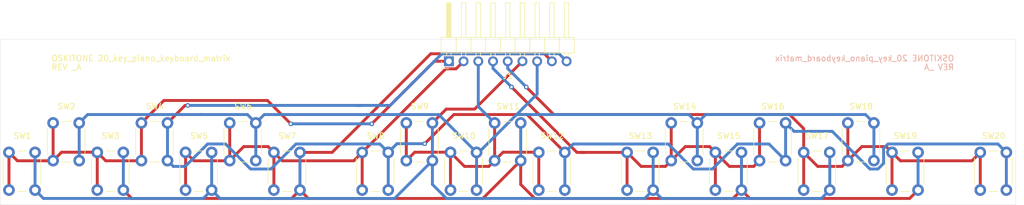
<source format=kicad_pcb>
(kicad_pcb (version 20171130) (host pcbnew "(5.1.6-0-10_14)")

  (general
    (thickness 1.6)
    (drawings 8)
    (tracks 213)
    (zones 0)
    (modules 25)
    (nets 10)
  )

  (page A4)
  (layers
    (0 F.Cu signal)
    (31 B.Cu signal)
    (32 B.Adhes user)
    (33 F.Adhes user)
    (34 B.Paste user)
    (35 F.Paste user)
    (36 B.SilkS user)
    (37 F.SilkS user)
    (38 B.Mask user)
    (39 F.Mask user)
    (40 Dwgs.User user)
    (41 Cmts.User user)
    (42 Eco1.User user)
    (43 Eco2.User user)
    (44 Edge.Cuts user)
    (45 Margin user)
    (46 B.CrtYd user)
    (47 F.CrtYd user)
    (48 B.Fab user)
    (49 F.Fab user)
  )

  (setup
    (last_trace_width 0.5)
    (user_trace_width 0.5)
    (trace_clearance 0.2)
    (zone_clearance 0.508)
    (zone_45_only no)
    (trace_min 0.2)
    (via_size 0.8)
    (via_drill 0.4)
    (via_min_size 0.4)
    (via_min_drill 0.3)
    (uvia_size 0.3)
    (uvia_drill 0.1)
    (uvias_allowed no)
    (uvia_min_size 0.2)
    (uvia_min_drill 0.1)
    (edge_width 0.05)
    (segment_width 0.2)
    (pcb_text_width 0.3)
    (pcb_text_size 1.5 1.5)
    (mod_edge_width 0.12)
    (mod_text_size 1 1)
    (mod_text_width 0.15)
    (pad_size 1.524 1.524)
    (pad_drill 0.762)
    (pad_to_mask_clearance 0.05)
    (aux_axis_origin 0 0)
    (visible_elements FFFFFF7F)
    (pcbplotparams
      (layerselection 0x010fc_ffffffff)
      (usegerberextensions false)
      (usegerberattributes true)
      (usegerberadvancedattributes true)
      (creategerberjobfile true)
      (excludeedgelayer true)
      (linewidth 0.250000)
      (plotframeref false)
      (viasonmask false)
      (mode 1)
      (useauxorigin false)
      (hpglpennumber 1)
      (hpglpenspeed 20)
      (hpglpendiameter 15.000000)
      (psnegative false)
      (psa4output false)
      (plotreference true)
      (plotvalue true)
      (plotinvisibletext false)
      (padsonsilk false)
      (subtractmaskfromsilk false)
      (outputformat 1)
      (mirror false)
      (drillshape 1)
      (scaleselection 1)
      (outputdirectory ""))
  )

  (net 0 "")
  (net 1 /R4)
  (net 2 /R3)
  (net 3 /R2)
  (net 4 /R1)
  (net 5 /C5)
  (net 6 /C4)
  (net 7 /C3)
  (net 8 /C2)
  (net 9 /C1)

  (net_class Default "This is the default net class."
    (clearance 0.2)
    (trace_width 0.25)
    (via_dia 0.8)
    (via_drill 0.4)
    (uvia_dia 0.3)
    (uvia_drill 0.1)
    (add_net /C1)
    (add_net /C2)
    (add_net /C3)
    (add_net /C4)
    (add_net /C5)
    (add_net /R1)
    (add_net /R2)
    (add_net /R3)
    (add_net /R4)
  )

  (net_class Fat ""
    (clearance 0.2)
    (trace_width 0.5)
    (via_dia 0.8)
    (via_drill 0.4)
    (uvia_dia 0.3)
    (uvia_drill 0.1)
  )

  (module Button_Switch_THT:SW_PUSH_6mm (layer F.Cu) (tedit 5A02FE31) (tstamp 6014D7D9)
    (at 224.409 103.505 90)
    (descr https://www.omron.com/ecb/products/pdf/en-b3f.pdf)
    (tags "tact sw push 6mm")
    (path /601BC700)
    (fp_text reference SW19 (at 9.346 2.318 180) (layer F.SilkS)
      (effects (font (size 1 1) (thickness 0.15)))
    )
    (fp_text value SPST (at 3.75 6.7 90) (layer F.Fab)
      (effects (font (size 1 1) (thickness 0.15)))
    )
    (fp_text user %R (at 3.25 2.25 90) (layer F.Fab)
      (effects (font (size 1 1) (thickness 0.15)))
    )
    (fp_circle (center 3.25 2.25) (end 1.25 2.5) (layer F.Fab) (width 0.1))
    (fp_line (start 6.75 3) (end 6.75 1.5) (layer F.SilkS) (width 0.12))
    (fp_line (start 5.5 -1) (end 1 -1) (layer F.SilkS) (width 0.12))
    (fp_line (start -0.25 1.5) (end -0.25 3) (layer F.SilkS) (width 0.12))
    (fp_line (start 1 5.5) (end 5.5 5.5) (layer F.SilkS) (width 0.12))
    (fp_line (start 8 -1.25) (end 8 5.75) (layer F.CrtYd) (width 0.05))
    (fp_line (start 7.75 6) (end -1.25 6) (layer F.CrtYd) (width 0.05))
    (fp_line (start -1.5 5.75) (end -1.5 -1.25) (layer F.CrtYd) (width 0.05))
    (fp_line (start -1.25 -1.5) (end 7.75 -1.5) (layer F.CrtYd) (width 0.05))
    (fp_line (start -1.5 6) (end -1.25 6) (layer F.CrtYd) (width 0.05))
    (fp_line (start -1.5 5.75) (end -1.5 6) (layer F.CrtYd) (width 0.05))
    (fp_line (start -1.5 -1.5) (end -1.25 -1.5) (layer F.CrtYd) (width 0.05))
    (fp_line (start -1.5 -1.25) (end -1.5 -1.5) (layer F.CrtYd) (width 0.05))
    (fp_line (start 8 -1.5) (end 8 -1.25) (layer F.CrtYd) (width 0.05))
    (fp_line (start 7.75 -1.5) (end 8 -1.5) (layer F.CrtYd) (width 0.05))
    (fp_line (start 8 6) (end 8 5.75) (layer F.CrtYd) (width 0.05))
    (fp_line (start 7.75 6) (end 8 6) (layer F.CrtYd) (width 0.05))
    (fp_line (start 0.25 -0.75) (end 3.25 -0.75) (layer F.Fab) (width 0.1))
    (fp_line (start 0.25 5.25) (end 0.25 -0.75) (layer F.Fab) (width 0.1))
    (fp_line (start 6.25 5.25) (end 0.25 5.25) (layer F.Fab) (width 0.1))
    (fp_line (start 6.25 -0.75) (end 6.25 5.25) (layer F.Fab) (width 0.1))
    (fp_line (start 3.25 -0.75) (end 6.25 -0.75) (layer F.Fab) (width 0.1))
    (pad 2 thru_hole circle (at 0 4.5 180) (size 2 2) (drill 1.1) (layers *.Cu *.Mask)
      (net 2 /R3))
    (pad 1 thru_hole circle (at 0 0 180) (size 2 2) (drill 1.1) (layers *.Cu *.Mask)
      (net 5 /C5))
    (pad 2 thru_hole circle (at 6.5 4.5 180) (size 2 2) (drill 1.1) (layers *.Cu *.Mask)
      (net 2 /R3))
    (pad 1 thru_hole circle (at 6.5 0 180) (size 2 2) (drill 1.1) (layers *.Cu *.Mask)
      (net 5 /C5))
    (model ${KISYS3DMOD}/Button_Switch_THT.3dshapes/SW_PUSH_6mm.wrl
      (at (xyz 0 0 0))
      (scale (xyz 1 1 1))
      (rotate (xyz 0 0 0))
    )
  )

  (module Button_Switch_THT:SW_PUSH_6mm (layer F.Cu) (tedit 5A02FE31) (tstamp 6014D7BA)
    (at 216.789 98.425 90)
    (descr https://www.omron.com/ecb/products/pdf/en-b3f.pdf)
    (tags "tact sw push 6mm")
    (path /6019D8B1)
    (fp_text reference SW18 (at 9.346 2.318 180) (layer F.SilkS)
      (effects (font (size 1 1) (thickness 0.15)))
    )
    (fp_text value SPST (at 3.75 6.7 90) (layer F.Fab)
      (effects (font (size 1 1) (thickness 0.15)))
    )
    (fp_text user %R (at 3.25 2.25 90) (layer F.Fab)
      (effects (font (size 1 1) (thickness 0.15)))
    )
    (fp_circle (center 3.25 2.25) (end 1.25 2.5) (layer F.Fab) (width 0.1))
    (fp_line (start 6.75 3) (end 6.75 1.5) (layer F.SilkS) (width 0.12))
    (fp_line (start 5.5 -1) (end 1 -1) (layer F.SilkS) (width 0.12))
    (fp_line (start -0.25 1.5) (end -0.25 3) (layer F.SilkS) (width 0.12))
    (fp_line (start 1 5.5) (end 5.5 5.5) (layer F.SilkS) (width 0.12))
    (fp_line (start 8 -1.25) (end 8 5.75) (layer F.CrtYd) (width 0.05))
    (fp_line (start 7.75 6) (end -1.25 6) (layer F.CrtYd) (width 0.05))
    (fp_line (start -1.5 5.75) (end -1.5 -1.25) (layer F.CrtYd) (width 0.05))
    (fp_line (start -1.25 -1.5) (end 7.75 -1.5) (layer F.CrtYd) (width 0.05))
    (fp_line (start -1.5 6) (end -1.25 6) (layer F.CrtYd) (width 0.05))
    (fp_line (start -1.5 5.75) (end -1.5 6) (layer F.CrtYd) (width 0.05))
    (fp_line (start -1.5 -1.5) (end -1.25 -1.5) (layer F.CrtYd) (width 0.05))
    (fp_line (start -1.5 -1.25) (end -1.5 -1.5) (layer F.CrtYd) (width 0.05))
    (fp_line (start 8 -1.5) (end 8 -1.25) (layer F.CrtYd) (width 0.05))
    (fp_line (start 7.75 -1.5) (end 8 -1.5) (layer F.CrtYd) (width 0.05))
    (fp_line (start 8 6) (end 8 5.75) (layer F.CrtYd) (width 0.05))
    (fp_line (start 7.75 6) (end 8 6) (layer F.CrtYd) (width 0.05))
    (fp_line (start 0.25 -0.75) (end 3.25 -0.75) (layer F.Fab) (width 0.1))
    (fp_line (start 0.25 5.25) (end 0.25 -0.75) (layer F.Fab) (width 0.1))
    (fp_line (start 6.25 5.25) (end 0.25 5.25) (layer F.Fab) (width 0.1))
    (fp_line (start 6.25 -0.75) (end 6.25 5.25) (layer F.Fab) (width 0.1))
    (fp_line (start 3.25 -0.75) (end 6.25 -0.75) (layer F.Fab) (width 0.1))
    (pad 2 thru_hole circle (at 0 4.5 180) (size 2 2) (drill 1.1) (layers *.Cu *.Mask)
      (net 3 /R2))
    (pad 1 thru_hole circle (at 0 0 180) (size 2 2) (drill 1.1) (layers *.Cu *.Mask)
      (net 5 /C5))
    (pad 2 thru_hole circle (at 6.5 4.5 180) (size 2 2) (drill 1.1) (layers *.Cu *.Mask)
      (net 3 /R2))
    (pad 1 thru_hole circle (at 6.5 0 180) (size 2 2) (drill 1.1) (layers *.Cu *.Mask)
      (net 5 /C5))
    (model ${KISYS3DMOD}/Button_Switch_THT.3dshapes/SW_PUSH_6mm.wrl
      (at (xyz 0 0 0))
      (scale (xyz 1 1 1))
      (rotate (xyz 0 0 0))
    )
  )

  (module Button_Switch_THT:SW_PUSH_6mm (layer F.Cu) (tedit 5A02FE31) (tstamp 6014D79B)
    (at 209.169 103.505 90)
    (descr https://www.omron.com/ecb/products/pdf/en-b3f.pdf)
    (tags "tact sw push 6mm")
    (path /6018B40B)
    (fp_text reference SW17 (at 9.346 2.318 180) (layer F.SilkS)
      (effects (font (size 1 1) (thickness 0.15)))
    )
    (fp_text value SPST (at 3.75 6.7 90) (layer F.Fab)
      (effects (font (size 1 1) (thickness 0.15)))
    )
    (fp_text user %R (at 3.25 2.25 90) (layer F.Fab)
      (effects (font (size 1 1) (thickness 0.15)))
    )
    (fp_circle (center 3.25 2.25) (end 1.25 2.5) (layer F.Fab) (width 0.1))
    (fp_line (start 6.75 3) (end 6.75 1.5) (layer F.SilkS) (width 0.12))
    (fp_line (start 5.5 -1) (end 1 -1) (layer F.SilkS) (width 0.12))
    (fp_line (start -0.25 1.5) (end -0.25 3) (layer F.SilkS) (width 0.12))
    (fp_line (start 1 5.5) (end 5.5 5.5) (layer F.SilkS) (width 0.12))
    (fp_line (start 8 -1.25) (end 8 5.75) (layer F.CrtYd) (width 0.05))
    (fp_line (start 7.75 6) (end -1.25 6) (layer F.CrtYd) (width 0.05))
    (fp_line (start -1.5 5.75) (end -1.5 -1.25) (layer F.CrtYd) (width 0.05))
    (fp_line (start -1.25 -1.5) (end 7.75 -1.5) (layer F.CrtYd) (width 0.05))
    (fp_line (start -1.5 6) (end -1.25 6) (layer F.CrtYd) (width 0.05))
    (fp_line (start -1.5 5.75) (end -1.5 6) (layer F.CrtYd) (width 0.05))
    (fp_line (start -1.5 -1.5) (end -1.25 -1.5) (layer F.CrtYd) (width 0.05))
    (fp_line (start -1.5 -1.25) (end -1.5 -1.5) (layer F.CrtYd) (width 0.05))
    (fp_line (start 8 -1.5) (end 8 -1.25) (layer F.CrtYd) (width 0.05))
    (fp_line (start 7.75 -1.5) (end 8 -1.5) (layer F.CrtYd) (width 0.05))
    (fp_line (start 8 6) (end 8 5.75) (layer F.CrtYd) (width 0.05))
    (fp_line (start 7.75 6) (end 8 6) (layer F.CrtYd) (width 0.05))
    (fp_line (start 0.25 -0.75) (end 3.25 -0.75) (layer F.Fab) (width 0.1))
    (fp_line (start 0.25 5.25) (end 0.25 -0.75) (layer F.Fab) (width 0.1))
    (fp_line (start 6.25 5.25) (end 0.25 5.25) (layer F.Fab) (width 0.1))
    (fp_line (start 6.25 -0.75) (end 6.25 5.25) (layer F.Fab) (width 0.1))
    (fp_line (start 3.25 -0.75) (end 6.25 -0.75) (layer F.Fab) (width 0.1))
    (pad 2 thru_hole circle (at 0 4.5 180) (size 2 2) (drill 1.1) (layers *.Cu *.Mask)
      (net 4 /R1))
    (pad 1 thru_hole circle (at 0 0 180) (size 2 2) (drill 1.1) (layers *.Cu *.Mask)
      (net 5 /C5))
    (pad 2 thru_hole circle (at 6.5 4.5 180) (size 2 2) (drill 1.1) (layers *.Cu *.Mask)
      (net 4 /R1))
    (pad 1 thru_hole circle (at 6.5 0 180) (size 2 2) (drill 1.1) (layers *.Cu *.Mask)
      (net 5 /C5))
    (model ${KISYS3DMOD}/Button_Switch_THT.3dshapes/SW_PUSH_6mm.wrl
      (at (xyz 0 0 0))
      (scale (xyz 1 1 1))
      (rotate (xyz 0 0 0))
    )
  )

  (module Button_Switch_THT:SW_PUSH_6mm (layer F.Cu) (tedit 5A02FE31) (tstamp 6014D77C)
    (at 201.549 98.425 90)
    (descr https://www.omron.com/ecb/products/pdf/en-b3f.pdf)
    (tags "tact sw push 6mm")
    (path /601C0025)
    (fp_text reference SW16 (at 9.346 2.318 180) (layer F.SilkS)
      (effects (font (size 1 1) (thickness 0.15)))
    )
    (fp_text value SPST (at 3.75 6.7 90) (layer F.Fab)
      (effects (font (size 1 1) (thickness 0.15)))
    )
    (fp_text user %R (at 3.25 2.25 90) (layer F.Fab)
      (effects (font (size 1 1) (thickness 0.15)))
    )
    (fp_circle (center 3.25 2.25) (end 1.25 2.5) (layer F.Fab) (width 0.1))
    (fp_line (start 6.75 3) (end 6.75 1.5) (layer F.SilkS) (width 0.12))
    (fp_line (start 5.5 -1) (end 1 -1) (layer F.SilkS) (width 0.12))
    (fp_line (start -0.25 1.5) (end -0.25 3) (layer F.SilkS) (width 0.12))
    (fp_line (start 1 5.5) (end 5.5 5.5) (layer F.SilkS) (width 0.12))
    (fp_line (start 8 -1.25) (end 8 5.75) (layer F.CrtYd) (width 0.05))
    (fp_line (start 7.75 6) (end -1.25 6) (layer F.CrtYd) (width 0.05))
    (fp_line (start -1.5 5.75) (end -1.5 -1.25) (layer F.CrtYd) (width 0.05))
    (fp_line (start -1.25 -1.5) (end 7.75 -1.5) (layer F.CrtYd) (width 0.05))
    (fp_line (start -1.5 6) (end -1.25 6) (layer F.CrtYd) (width 0.05))
    (fp_line (start -1.5 5.75) (end -1.5 6) (layer F.CrtYd) (width 0.05))
    (fp_line (start -1.5 -1.5) (end -1.25 -1.5) (layer F.CrtYd) (width 0.05))
    (fp_line (start -1.5 -1.25) (end -1.5 -1.5) (layer F.CrtYd) (width 0.05))
    (fp_line (start 8 -1.5) (end 8 -1.25) (layer F.CrtYd) (width 0.05))
    (fp_line (start 7.75 -1.5) (end 8 -1.5) (layer F.CrtYd) (width 0.05))
    (fp_line (start 8 6) (end 8 5.75) (layer F.CrtYd) (width 0.05))
    (fp_line (start 7.75 6) (end 8 6) (layer F.CrtYd) (width 0.05))
    (fp_line (start 0.25 -0.75) (end 3.25 -0.75) (layer F.Fab) (width 0.1))
    (fp_line (start 0.25 5.25) (end 0.25 -0.75) (layer F.Fab) (width 0.1))
    (fp_line (start 6.25 5.25) (end 0.25 5.25) (layer F.Fab) (width 0.1))
    (fp_line (start 6.25 -0.75) (end 6.25 5.25) (layer F.Fab) (width 0.1))
    (fp_line (start 3.25 -0.75) (end 6.25 -0.75) (layer F.Fab) (width 0.1))
    (pad 2 thru_hole circle (at 0 4.5 180) (size 2 2) (drill 1.1) (layers *.Cu *.Mask)
      (net 1 /R4))
    (pad 1 thru_hole circle (at 0 0 180) (size 2 2) (drill 1.1) (layers *.Cu *.Mask)
      (net 6 /C4))
    (pad 2 thru_hole circle (at 6.5 4.5 180) (size 2 2) (drill 1.1) (layers *.Cu *.Mask)
      (net 1 /R4))
    (pad 1 thru_hole circle (at 6.5 0 180) (size 2 2) (drill 1.1) (layers *.Cu *.Mask)
      (net 6 /C4))
    (model ${KISYS3DMOD}/Button_Switch_THT.3dshapes/SW_PUSH_6mm.wrl
      (at (xyz 0 0 0))
      (scale (xyz 1 1 1))
      (rotate (xyz 0 0 0))
    )
  )

  (module Button_Switch_THT:SW_PUSH_6mm (layer F.Cu) (tedit 5A02FE31) (tstamp 6014D75D)
    (at 193.929 103.505 90)
    (descr https://www.omron.com/ecb/products/pdf/en-b3f.pdf)
    (tags "tact sw push 6mm")
    (path /601BC6FA)
    (fp_text reference SW15 (at 9.346 2.318 180) (layer F.SilkS)
      (effects (font (size 1 1) (thickness 0.15)))
    )
    (fp_text value SPST (at 3.75 6.7 90) (layer F.Fab)
      (effects (font (size 1 1) (thickness 0.15)))
    )
    (fp_text user %R (at 3.25 2.25 90) (layer F.Fab)
      (effects (font (size 1 1) (thickness 0.15)))
    )
    (fp_circle (center 3.25 2.25) (end 1.25 2.5) (layer F.Fab) (width 0.1))
    (fp_line (start 6.75 3) (end 6.75 1.5) (layer F.SilkS) (width 0.12))
    (fp_line (start 5.5 -1) (end 1 -1) (layer F.SilkS) (width 0.12))
    (fp_line (start -0.25 1.5) (end -0.25 3) (layer F.SilkS) (width 0.12))
    (fp_line (start 1 5.5) (end 5.5 5.5) (layer F.SilkS) (width 0.12))
    (fp_line (start 8 -1.25) (end 8 5.75) (layer F.CrtYd) (width 0.05))
    (fp_line (start 7.75 6) (end -1.25 6) (layer F.CrtYd) (width 0.05))
    (fp_line (start -1.5 5.75) (end -1.5 -1.25) (layer F.CrtYd) (width 0.05))
    (fp_line (start -1.25 -1.5) (end 7.75 -1.5) (layer F.CrtYd) (width 0.05))
    (fp_line (start -1.5 6) (end -1.25 6) (layer F.CrtYd) (width 0.05))
    (fp_line (start -1.5 5.75) (end -1.5 6) (layer F.CrtYd) (width 0.05))
    (fp_line (start -1.5 -1.5) (end -1.25 -1.5) (layer F.CrtYd) (width 0.05))
    (fp_line (start -1.5 -1.25) (end -1.5 -1.5) (layer F.CrtYd) (width 0.05))
    (fp_line (start 8 -1.5) (end 8 -1.25) (layer F.CrtYd) (width 0.05))
    (fp_line (start 7.75 -1.5) (end 8 -1.5) (layer F.CrtYd) (width 0.05))
    (fp_line (start 8 6) (end 8 5.75) (layer F.CrtYd) (width 0.05))
    (fp_line (start 7.75 6) (end 8 6) (layer F.CrtYd) (width 0.05))
    (fp_line (start 0.25 -0.75) (end 3.25 -0.75) (layer F.Fab) (width 0.1))
    (fp_line (start 0.25 5.25) (end 0.25 -0.75) (layer F.Fab) (width 0.1))
    (fp_line (start 6.25 5.25) (end 0.25 5.25) (layer F.Fab) (width 0.1))
    (fp_line (start 6.25 -0.75) (end 6.25 5.25) (layer F.Fab) (width 0.1))
    (fp_line (start 3.25 -0.75) (end 6.25 -0.75) (layer F.Fab) (width 0.1))
    (pad 2 thru_hole circle (at 0 4.5 180) (size 2 2) (drill 1.1) (layers *.Cu *.Mask)
      (net 2 /R3))
    (pad 1 thru_hole circle (at 0 0 180) (size 2 2) (drill 1.1) (layers *.Cu *.Mask)
      (net 6 /C4))
    (pad 2 thru_hole circle (at 6.5 4.5 180) (size 2 2) (drill 1.1) (layers *.Cu *.Mask)
      (net 2 /R3))
    (pad 1 thru_hole circle (at 6.5 0 180) (size 2 2) (drill 1.1) (layers *.Cu *.Mask)
      (net 6 /C4))
    (model ${KISYS3DMOD}/Button_Switch_THT.3dshapes/SW_PUSH_6mm.wrl
      (at (xyz 0 0 0))
      (scale (xyz 1 1 1))
      (rotate (xyz 0 0 0))
    )
  )

  (module Button_Switch_THT:SW_PUSH_6mm (layer F.Cu) (tedit 5A02FE31) (tstamp 6014D73E)
    (at 186.309 98.425 90)
    (descr https://www.omron.com/ecb/products/pdf/en-b3f.pdf)
    (tags "tact sw push 6mm")
    (path /6019D8A9)
    (fp_text reference SW14 (at 9.346 2.318 180) (layer F.SilkS)
      (effects (font (size 1 1) (thickness 0.15)))
    )
    (fp_text value SPST (at 3.75 6.7 90) (layer F.Fab)
      (effects (font (size 1 1) (thickness 0.15)))
    )
    (fp_text user %R (at 3.25 2.25 90) (layer F.Fab)
      (effects (font (size 1 1) (thickness 0.15)))
    )
    (fp_circle (center 3.25 2.25) (end 1.25 2.5) (layer F.Fab) (width 0.1))
    (fp_line (start 6.75 3) (end 6.75 1.5) (layer F.SilkS) (width 0.12))
    (fp_line (start 5.5 -1) (end 1 -1) (layer F.SilkS) (width 0.12))
    (fp_line (start -0.25 1.5) (end -0.25 3) (layer F.SilkS) (width 0.12))
    (fp_line (start 1 5.5) (end 5.5 5.5) (layer F.SilkS) (width 0.12))
    (fp_line (start 8 -1.25) (end 8 5.75) (layer F.CrtYd) (width 0.05))
    (fp_line (start 7.75 6) (end -1.25 6) (layer F.CrtYd) (width 0.05))
    (fp_line (start -1.5 5.75) (end -1.5 -1.25) (layer F.CrtYd) (width 0.05))
    (fp_line (start -1.25 -1.5) (end 7.75 -1.5) (layer F.CrtYd) (width 0.05))
    (fp_line (start -1.5 6) (end -1.25 6) (layer F.CrtYd) (width 0.05))
    (fp_line (start -1.5 5.75) (end -1.5 6) (layer F.CrtYd) (width 0.05))
    (fp_line (start -1.5 -1.5) (end -1.25 -1.5) (layer F.CrtYd) (width 0.05))
    (fp_line (start -1.5 -1.25) (end -1.5 -1.5) (layer F.CrtYd) (width 0.05))
    (fp_line (start 8 -1.5) (end 8 -1.25) (layer F.CrtYd) (width 0.05))
    (fp_line (start 7.75 -1.5) (end 8 -1.5) (layer F.CrtYd) (width 0.05))
    (fp_line (start 8 6) (end 8 5.75) (layer F.CrtYd) (width 0.05))
    (fp_line (start 7.75 6) (end 8 6) (layer F.CrtYd) (width 0.05))
    (fp_line (start 0.25 -0.75) (end 3.25 -0.75) (layer F.Fab) (width 0.1))
    (fp_line (start 0.25 5.25) (end 0.25 -0.75) (layer F.Fab) (width 0.1))
    (fp_line (start 6.25 5.25) (end 0.25 5.25) (layer F.Fab) (width 0.1))
    (fp_line (start 6.25 -0.75) (end 6.25 5.25) (layer F.Fab) (width 0.1))
    (fp_line (start 3.25 -0.75) (end 6.25 -0.75) (layer F.Fab) (width 0.1))
    (pad 2 thru_hole circle (at 0 4.5 180) (size 2 2) (drill 1.1) (layers *.Cu *.Mask)
      (net 3 /R2))
    (pad 1 thru_hole circle (at 0 0 180) (size 2 2) (drill 1.1) (layers *.Cu *.Mask)
      (net 6 /C4))
    (pad 2 thru_hole circle (at 6.5 4.5 180) (size 2 2) (drill 1.1) (layers *.Cu *.Mask)
      (net 3 /R2))
    (pad 1 thru_hole circle (at 6.5 0 180) (size 2 2) (drill 1.1) (layers *.Cu *.Mask)
      (net 6 /C4))
    (model ${KISYS3DMOD}/Button_Switch_THT.3dshapes/SW_PUSH_6mm.wrl
      (at (xyz 0 0 0))
      (scale (xyz 1 1 1))
      (rotate (xyz 0 0 0))
    )
  )

  (module Button_Switch_THT:SW_PUSH_6mm locked (layer F.Cu) (tedit 5A02FE31) (tstamp 6014992B)
    (at 239.649 103.505 90)
    (descr https://www.omron.com/ecb/products/pdf/en-b3f.pdf)
    (tags "tact sw push 6mm")
    (path /601C002B)
    (fp_text reference SW20 (at 9.346 2.318 180) (layer F.SilkS)
      (effects (font (size 1 1) (thickness 0.15)))
    )
    (fp_text value SPST (at 3.75 6.7 90) (layer F.Fab)
      (effects (font (size 1 1) (thickness 0.15)))
    )
    (fp_text user %R (at 3.25 2.25 90) (layer F.Fab)
      (effects (font (size 1 1) (thickness 0.15)))
    )
    (fp_circle (center 3.25 2.25) (end 1.25 2.5) (layer F.Fab) (width 0.1))
    (fp_line (start 6.75 3) (end 6.75 1.5) (layer F.SilkS) (width 0.12))
    (fp_line (start 5.5 -1) (end 1 -1) (layer F.SilkS) (width 0.12))
    (fp_line (start -0.25 1.5) (end -0.25 3) (layer F.SilkS) (width 0.12))
    (fp_line (start 1 5.5) (end 5.5 5.5) (layer F.SilkS) (width 0.12))
    (fp_line (start 8 -1.25) (end 8 5.75) (layer F.CrtYd) (width 0.05))
    (fp_line (start 7.75 6) (end -1.25 6) (layer F.CrtYd) (width 0.05))
    (fp_line (start -1.5 5.75) (end -1.5 -1.25) (layer F.CrtYd) (width 0.05))
    (fp_line (start -1.25 -1.5) (end 7.75 -1.5) (layer F.CrtYd) (width 0.05))
    (fp_line (start -1.5 6) (end -1.25 6) (layer F.CrtYd) (width 0.05))
    (fp_line (start -1.5 5.75) (end -1.5 6) (layer F.CrtYd) (width 0.05))
    (fp_line (start -1.5 -1.5) (end -1.25 -1.5) (layer F.CrtYd) (width 0.05))
    (fp_line (start -1.5 -1.25) (end -1.5 -1.5) (layer F.CrtYd) (width 0.05))
    (fp_line (start 8 -1.5) (end 8 -1.25) (layer F.CrtYd) (width 0.05))
    (fp_line (start 7.75 -1.5) (end 8 -1.5) (layer F.CrtYd) (width 0.05))
    (fp_line (start 8 6) (end 8 5.75) (layer F.CrtYd) (width 0.05))
    (fp_line (start 7.75 6) (end 8 6) (layer F.CrtYd) (width 0.05))
    (fp_line (start 0.25 -0.75) (end 3.25 -0.75) (layer F.Fab) (width 0.1))
    (fp_line (start 0.25 5.25) (end 0.25 -0.75) (layer F.Fab) (width 0.1))
    (fp_line (start 6.25 5.25) (end 0.25 5.25) (layer F.Fab) (width 0.1))
    (fp_line (start 6.25 -0.75) (end 6.25 5.25) (layer F.Fab) (width 0.1))
    (fp_line (start 3.25 -0.75) (end 6.25 -0.75) (layer F.Fab) (width 0.1))
    (pad 2 thru_hole circle (at 0 4.5 180) (size 2 2) (drill 1.1) (layers *.Cu *.Mask)
      (net 1 /R4))
    (pad 1 thru_hole circle (at 0 0 180) (size 2 2) (drill 1.1) (layers *.Cu *.Mask)
      (net 5 /C5))
    (pad 2 thru_hole circle (at 6.5 4.5 180) (size 2 2) (drill 1.1) (layers *.Cu *.Mask)
      (net 1 /R4))
    (pad 1 thru_hole circle (at 6.5 0 180) (size 2 2) (drill 1.1) (layers *.Cu *.Mask)
      (net 5 /C5))
    (model ${KISYS3DMOD}/Button_Switch_THT.3dshapes/SW_PUSH_6mm.wrl
      (at (xyz 0 0 0))
      (scale (xyz 1 1 1))
      (rotate (xyz 0 0 0))
    )
  )

  (module MountingHole:MountingHole_3.2mm_M3 (layer F.Cu) (tedit 56D1B4CB) (tstamp 60156F20)
    (at 186.019 81.28)
    (descr "Mounting Hole 3.2mm, no annular, M3")
    (tags "mounting hole 3.2mm no annular m3")
    (attr virtual)
    (fp_text reference " " (at 0 -4.2) (layer F.SilkS) hide
      (effects (font (size 1 1) (thickness 0.15)))
    )
    (fp_text value 3.2mm (at 0 4.2) (layer F.Fab)
      (effects (font (size 1 1) (thickness 0.15)))
    )
    (fp_circle (center 0 0) (end 3.45 0) (layer F.CrtYd) (width 0.05))
    (fp_circle (center 0 0) (end 3.2 0) (layer Cmts.User) (width 0.15))
    (fp_text user %R (at 0.3 0) (layer F.Fab)
      (effects (font (size 1 1) (thickness 0.15)))
    )
    (pad 1 np_thru_hole circle (at 0 0) (size 3.2 3.2) (drill 3.2) (layers *.Cu *.Mask))
  )

  (module MountingHole:MountingHole_3.2mm_M3 (layer F.Cu) (tedit 56D1B4CB) (tstamp 60156F20)
    (at 130.139 81.28)
    (descr "Mounting Hole 3.2mm, no annular, M3")
    (tags "mounting hole 3.2mm no annular m3")
    (attr virtual)
    (fp_text reference " " (at 0 -4.2) (layer F.SilkS) hide
      (effects (font (size 1 1) (thickness 0.15)))
    )
    (fp_text value 3.2mm (at 0 4.2) (layer F.Fab)
      (effects (font (size 1 1) (thickness 0.15)))
    )
    (fp_circle (center 0 0) (end 3.45 0) (layer F.CrtYd) (width 0.05))
    (fp_circle (center 0 0) (end 3.2 0) (layer Cmts.User) (width 0.15))
    (fp_text user %R (at 0.3 0) (layer F.Fab)
      (effects (font (size 1 1) (thickness 0.15)))
    )
    (pad 1 np_thru_hole circle (at 0 0) (size 3.2 3.2) (drill 3.2) (layers *.Cu *.Mask))
  )

  (module MountingHole:MountingHole_3.2mm_M3 (layer F.Cu) (tedit 56D1B4CB) (tstamp 60156F20)
    (at 241.899 81.28)
    (descr "Mounting Hole 3.2mm, no annular, M3")
    (tags "mounting hole 3.2mm no annular m3")
    (attr virtual)
    (fp_text reference " " (at 0 -4.2) (layer F.SilkS) hide
      (effects (font (size 1 1) (thickness 0.15)))
    )
    (fp_text value 3.2mm (at 0 4.2) (layer F.Fab)
      (effects (font (size 1 1) (thickness 0.15)))
    )
    (fp_circle (center 0 0) (end 3.45 0) (layer F.CrtYd) (width 0.05))
    (fp_circle (center 0 0) (end 3.2 0) (layer Cmts.User) (width 0.15))
    (fp_text user %R (at 0.3 0) (layer F.Fab)
      (effects (font (size 1 1) (thickness 0.15)))
    )
    (pad 1 np_thru_hole circle (at 0 0) (size 3.2 3.2) (drill 3.2) (layers *.Cu *.Mask))
  )

  (module MountingHole:MountingHole_3.2mm_M3 (layer F.Cu) (tedit 56D1B4CB) (tstamp 60156ECA)
    (at 74.259 81.28)
    (descr "Mounting Hole 3.2mm, no annular, M3")
    (tags "mounting hole 3.2mm no annular m3")
    (attr virtual)
    (fp_text reference " " (at 0 -4.2) (layer F.SilkS) hide
      (effects (font (size 1 1) (thickness 0.15)))
    )
    (fp_text value 3.2mm (at 0 4.2) (layer F.Fab)
      (effects (font (size 1 1) (thickness 0.15)))
    )
    (fp_text user %R (at 0.3 0) (layer F.Fab)
      (effects (font (size 1 1) (thickness 0.15)))
    )
    (fp_circle (center 0 0) (end 3.2 0) (layer Cmts.User) (width 0.15))
    (fp_circle (center 0 0) (end 3.45 0) (layer F.CrtYd) (width 0.05))
    (pad 1 np_thru_hole circle (at 0 0) (size 3.2 3.2) (drill 3.2) (layers *.Cu *.Mask))
  )

  (module Button_Switch_THT:SW_PUSH_6mm (layer F.Cu) (tedit 5A02FE31) (tstamp 6014D71F)
    (at 178.689 103.505 90)
    (descr https://www.omron.com/ecb/products/pdf/en-b3f.pdf)
    (tags "tact sw push 6mm")
    (path /6018A564)
    (fp_text reference SW13 (at 9.346 2.318 180) (layer F.SilkS)
      (effects (font (size 1 1) (thickness 0.15)))
    )
    (fp_text value SPST (at 3.75 6.7 90) (layer F.Fab)
      (effects (font (size 1 1) (thickness 0.15)))
    )
    (fp_text user %R (at 3.25 2.25 90) (layer F.Fab)
      (effects (font (size 1 1) (thickness 0.15)))
    )
    (fp_circle (center 3.25 2.25) (end 1.25 2.5) (layer F.Fab) (width 0.1))
    (fp_line (start 6.75 3) (end 6.75 1.5) (layer F.SilkS) (width 0.12))
    (fp_line (start 5.5 -1) (end 1 -1) (layer F.SilkS) (width 0.12))
    (fp_line (start -0.25 1.5) (end -0.25 3) (layer F.SilkS) (width 0.12))
    (fp_line (start 1 5.5) (end 5.5 5.5) (layer F.SilkS) (width 0.12))
    (fp_line (start 8 -1.25) (end 8 5.75) (layer F.CrtYd) (width 0.05))
    (fp_line (start 7.75 6) (end -1.25 6) (layer F.CrtYd) (width 0.05))
    (fp_line (start -1.5 5.75) (end -1.5 -1.25) (layer F.CrtYd) (width 0.05))
    (fp_line (start -1.25 -1.5) (end 7.75 -1.5) (layer F.CrtYd) (width 0.05))
    (fp_line (start -1.5 6) (end -1.25 6) (layer F.CrtYd) (width 0.05))
    (fp_line (start -1.5 5.75) (end -1.5 6) (layer F.CrtYd) (width 0.05))
    (fp_line (start -1.5 -1.5) (end -1.25 -1.5) (layer F.CrtYd) (width 0.05))
    (fp_line (start -1.5 -1.25) (end -1.5 -1.5) (layer F.CrtYd) (width 0.05))
    (fp_line (start 8 -1.5) (end 8 -1.25) (layer F.CrtYd) (width 0.05))
    (fp_line (start 7.75 -1.5) (end 8 -1.5) (layer F.CrtYd) (width 0.05))
    (fp_line (start 8 6) (end 8 5.75) (layer F.CrtYd) (width 0.05))
    (fp_line (start 7.75 6) (end 8 6) (layer F.CrtYd) (width 0.05))
    (fp_line (start 0.25 -0.75) (end 3.25 -0.75) (layer F.Fab) (width 0.1))
    (fp_line (start 0.25 5.25) (end 0.25 -0.75) (layer F.Fab) (width 0.1))
    (fp_line (start 6.25 5.25) (end 0.25 5.25) (layer F.Fab) (width 0.1))
    (fp_line (start 6.25 -0.75) (end 6.25 5.25) (layer F.Fab) (width 0.1))
    (fp_line (start 3.25 -0.75) (end 6.25 -0.75) (layer F.Fab) (width 0.1))
    (pad 2 thru_hole circle (at 0 4.5 180) (size 2 2) (drill 1.1) (layers *.Cu *.Mask)
      (net 4 /R1))
    (pad 1 thru_hole circle (at 0 0 180) (size 2 2) (drill 1.1) (layers *.Cu *.Mask)
      (net 6 /C4))
    (pad 2 thru_hole circle (at 6.5 4.5 180) (size 2 2) (drill 1.1) (layers *.Cu *.Mask)
      (net 4 /R1))
    (pad 1 thru_hole circle (at 6.5 0 180) (size 2 2) (drill 1.1) (layers *.Cu *.Mask)
      (net 6 /C4))
    (model ${KISYS3DMOD}/Button_Switch_THT.3dshapes/SW_PUSH_6mm.wrl
      (at (xyz 0 0 0))
      (scale (xyz 1 1 1))
      (rotate (xyz 0 0 0))
    )
  )

  (module Button_Switch_THT:SW_PUSH_6mm (layer F.Cu) (tedit 5A02FE31) (tstamp 6014D700)
    (at 163.449 103.505 90)
    (descr https://www.omron.com/ecb/products/pdf/en-b3f.pdf)
    (tags "tact sw push 6mm")
    (path /601C001F)
    (fp_text reference SW12 (at 9.346 2.318 180) (layer F.SilkS)
      (effects (font (size 1 1) (thickness 0.15)))
    )
    (fp_text value SPST (at 3.75 6.7 90) (layer F.Fab)
      (effects (font (size 1 1) (thickness 0.15)))
    )
    (fp_text user %R (at 3.25 2.25 90) (layer F.Fab)
      (effects (font (size 1 1) (thickness 0.15)))
    )
    (fp_circle (center 3.25 2.25) (end 1.25 2.5) (layer F.Fab) (width 0.1))
    (fp_line (start 6.75 3) (end 6.75 1.5) (layer F.SilkS) (width 0.12))
    (fp_line (start 5.5 -1) (end 1 -1) (layer F.SilkS) (width 0.12))
    (fp_line (start -0.25 1.5) (end -0.25 3) (layer F.SilkS) (width 0.12))
    (fp_line (start 1 5.5) (end 5.5 5.5) (layer F.SilkS) (width 0.12))
    (fp_line (start 8 -1.25) (end 8 5.75) (layer F.CrtYd) (width 0.05))
    (fp_line (start 7.75 6) (end -1.25 6) (layer F.CrtYd) (width 0.05))
    (fp_line (start -1.5 5.75) (end -1.5 -1.25) (layer F.CrtYd) (width 0.05))
    (fp_line (start -1.25 -1.5) (end 7.75 -1.5) (layer F.CrtYd) (width 0.05))
    (fp_line (start -1.5 6) (end -1.25 6) (layer F.CrtYd) (width 0.05))
    (fp_line (start -1.5 5.75) (end -1.5 6) (layer F.CrtYd) (width 0.05))
    (fp_line (start -1.5 -1.5) (end -1.25 -1.5) (layer F.CrtYd) (width 0.05))
    (fp_line (start -1.5 -1.25) (end -1.5 -1.5) (layer F.CrtYd) (width 0.05))
    (fp_line (start 8 -1.5) (end 8 -1.25) (layer F.CrtYd) (width 0.05))
    (fp_line (start 7.75 -1.5) (end 8 -1.5) (layer F.CrtYd) (width 0.05))
    (fp_line (start 8 6) (end 8 5.75) (layer F.CrtYd) (width 0.05))
    (fp_line (start 7.75 6) (end 8 6) (layer F.CrtYd) (width 0.05))
    (fp_line (start 0.25 -0.75) (end 3.25 -0.75) (layer F.Fab) (width 0.1))
    (fp_line (start 0.25 5.25) (end 0.25 -0.75) (layer F.Fab) (width 0.1))
    (fp_line (start 6.25 5.25) (end 0.25 5.25) (layer F.Fab) (width 0.1))
    (fp_line (start 6.25 -0.75) (end 6.25 5.25) (layer F.Fab) (width 0.1))
    (fp_line (start 3.25 -0.75) (end 6.25 -0.75) (layer F.Fab) (width 0.1))
    (pad 2 thru_hole circle (at 0 4.5 180) (size 2 2) (drill 1.1) (layers *.Cu *.Mask)
      (net 1 /R4))
    (pad 1 thru_hole circle (at 0 0 180) (size 2 2) (drill 1.1) (layers *.Cu *.Mask)
      (net 7 /C3))
    (pad 2 thru_hole circle (at 6.5 4.5 180) (size 2 2) (drill 1.1) (layers *.Cu *.Mask)
      (net 1 /R4))
    (pad 1 thru_hole circle (at 6.5 0 180) (size 2 2) (drill 1.1) (layers *.Cu *.Mask)
      (net 7 /C3))
    (model ${KISYS3DMOD}/Button_Switch_THT.3dshapes/SW_PUSH_6mm.wrl
      (at (xyz 0 0 0))
      (scale (xyz 1 1 1))
      (rotate (xyz 0 0 0))
    )
  )

  (module Button_Switch_THT:SW_PUSH_6mm (layer F.Cu) (tedit 5A02FE31) (tstamp 6014D6E1)
    (at 155.829 98.425 90)
    (descr https://www.omron.com/ecb/products/pdf/en-b3f.pdf)
    (tags "tact sw push 6mm")
    (path /601BC6F4)
    (fp_text reference SW11 (at 9.346 2.318 180) (layer F.SilkS)
      (effects (font (size 1 1) (thickness 0.15)))
    )
    (fp_text value SPST (at 3.75 6.7 90) (layer F.Fab)
      (effects (font (size 1 1) (thickness 0.15)))
    )
    (fp_text user %R (at 3.25 2.25 90) (layer F.Fab)
      (effects (font (size 1 1) (thickness 0.15)))
    )
    (fp_circle (center 3.25 2.25) (end 1.25 2.5) (layer F.Fab) (width 0.1))
    (fp_line (start 6.75 3) (end 6.75 1.5) (layer F.SilkS) (width 0.12))
    (fp_line (start 5.5 -1) (end 1 -1) (layer F.SilkS) (width 0.12))
    (fp_line (start -0.25 1.5) (end -0.25 3) (layer F.SilkS) (width 0.12))
    (fp_line (start 1 5.5) (end 5.5 5.5) (layer F.SilkS) (width 0.12))
    (fp_line (start 8 -1.25) (end 8 5.75) (layer F.CrtYd) (width 0.05))
    (fp_line (start 7.75 6) (end -1.25 6) (layer F.CrtYd) (width 0.05))
    (fp_line (start -1.5 5.75) (end -1.5 -1.25) (layer F.CrtYd) (width 0.05))
    (fp_line (start -1.25 -1.5) (end 7.75 -1.5) (layer F.CrtYd) (width 0.05))
    (fp_line (start -1.5 6) (end -1.25 6) (layer F.CrtYd) (width 0.05))
    (fp_line (start -1.5 5.75) (end -1.5 6) (layer F.CrtYd) (width 0.05))
    (fp_line (start -1.5 -1.5) (end -1.25 -1.5) (layer F.CrtYd) (width 0.05))
    (fp_line (start -1.5 -1.25) (end -1.5 -1.5) (layer F.CrtYd) (width 0.05))
    (fp_line (start 8 -1.5) (end 8 -1.25) (layer F.CrtYd) (width 0.05))
    (fp_line (start 7.75 -1.5) (end 8 -1.5) (layer F.CrtYd) (width 0.05))
    (fp_line (start 8 6) (end 8 5.75) (layer F.CrtYd) (width 0.05))
    (fp_line (start 7.75 6) (end 8 6) (layer F.CrtYd) (width 0.05))
    (fp_line (start 0.25 -0.75) (end 3.25 -0.75) (layer F.Fab) (width 0.1))
    (fp_line (start 0.25 5.25) (end 0.25 -0.75) (layer F.Fab) (width 0.1))
    (fp_line (start 6.25 5.25) (end 0.25 5.25) (layer F.Fab) (width 0.1))
    (fp_line (start 6.25 -0.75) (end 6.25 5.25) (layer F.Fab) (width 0.1))
    (fp_line (start 3.25 -0.75) (end 6.25 -0.75) (layer F.Fab) (width 0.1))
    (pad 2 thru_hole circle (at 0 4.5 180) (size 2 2) (drill 1.1) (layers *.Cu *.Mask)
      (net 2 /R3))
    (pad 1 thru_hole circle (at 0 0 180) (size 2 2) (drill 1.1) (layers *.Cu *.Mask)
      (net 7 /C3))
    (pad 2 thru_hole circle (at 6.5 4.5 180) (size 2 2) (drill 1.1) (layers *.Cu *.Mask)
      (net 2 /R3))
    (pad 1 thru_hole circle (at 6.5 0 180) (size 2 2) (drill 1.1) (layers *.Cu *.Mask)
      (net 7 /C3))
    (model ${KISYS3DMOD}/Button_Switch_THT.3dshapes/SW_PUSH_6mm.wrl
      (at (xyz 0 0 0))
      (scale (xyz 1 1 1))
      (rotate (xyz 0 0 0))
    )
  )

  (module Button_Switch_THT:SW_PUSH_6mm (layer F.Cu) (tedit 5A02FE31) (tstamp 6014EF7C)
    (at 148.209 103.505 90)
    (descr https://www.omron.com/ecb/products/pdf/en-b3f.pdf)
    (tags "tact sw push 6mm")
    (path /6019D8A1)
    (fp_text reference SW10 (at 9.346 2.318 180) (layer F.SilkS)
      (effects (font (size 1 1) (thickness 0.15)))
    )
    (fp_text value SPST (at 3.75 6.7 90) (layer F.Fab)
      (effects (font (size 1 1) (thickness 0.15)))
    )
    (fp_text user %R (at 3.25 2.25 90) (layer F.Fab)
      (effects (font (size 1 1) (thickness 0.15)))
    )
    (fp_circle (center 3.25 2.25) (end 1.25 2.5) (layer F.Fab) (width 0.1))
    (fp_line (start 6.75 3) (end 6.75 1.5) (layer F.SilkS) (width 0.12))
    (fp_line (start 5.5 -1) (end 1 -1) (layer F.SilkS) (width 0.12))
    (fp_line (start -0.25 1.5) (end -0.25 3) (layer F.SilkS) (width 0.12))
    (fp_line (start 1 5.5) (end 5.5 5.5) (layer F.SilkS) (width 0.12))
    (fp_line (start 8 -1.25) (end 8 5.75) (layer F.CrtYd) (width 0.05))
    (fp_line (start 7.75 6) (end -1.25 6) (layer F.CrtYd) (width 0.05))
    (fp_line (start -1.5 5.75) (end -1.5 -1.25) (layer F.CrtYd) (width 0.05))
    (fp_line (start -1.25 -1.5) (end 7.75 -1.5) (layer F.CrtYd) (width 0.05))
    (fp_line (start -1.5 6) (end -1.25 6) (layer F.CrtYd) (width 0.05))
    (fp_line (start -1.5 5.75) (end -1.5 6) (layer F.CrtYd) (width 0.05))
    (fp_line (start -1.5 -1.5) (end -1.25 -1.5) (layer F.CrtYd) (width 0.05))
    (fp_line (start -1.5 -1.25) (end -1.5 -1.5) (layer F.CrtYd) (width 0.05))
    (fp_line (start 8 -1.5) (end 8 -1.25) (layer F.CrtYd) (width 0.05))
    (fp_line (start 7.75 -1.5) (end 8 -1.5) (layer F.CrtYd) (width 0.05))
    (fp_line (start 8 6) (end 8 5.75) (layer F.CrtYd) (width 0.05))
    (fp_line (start 7.75 6) (end 8 6) (layer F.CrtYd) (width 0.05))
    (fp_line (start 0.25 -0.75) (end 3.25 -0.75) (layer F.Fab) (width 0.1))
    (fp_line (start 0.25 5.25) (end 0.25 -0.75) (layer F.Fab) (width 0.1))
    (fp_line (start 6.25 5.25) (end 0.25 5.25) (layer F.Fab) (width 0.1))
    (fp_line (start 6.25 -0.75) (end 6.25 5.25) (layer F.Fab) (width 0.1))
    (fp_line (start 3.25 -0.75) (end 6.25 -0.75) (layer F.Fab) (width 0.1))
    (pad 2 thru_hole circle (at 0 4.5 180) (size 2 2) (drill 1.1) (layers *.Cu *.Mask)
      (net 3 /R2))
    (pad 1 thru_hole circle (at 0 0 180) (size 2 2) (drill 1.1) (layers *.Cu *.Mask)
      (net 7 /C3))
    (pad 2 thru_hole circle (at 6.5 4.5 180) (size 2 2) (drill 1.1) (layers *.Cu *.Mask)
      (net 3 /R2))
    (pad 1 thru_hole circle (at 6.5 0 180) (size 2 2) (drill 1.1) (layers *.Cu *.Mask)
      (net 7 /C3))
    (model ${KISYS3DMOD}/Button_Switch_THT.3dshapes/SW_PUSH_6mm.wrl
      (at (xyz 0 0 0))
      (scale (xyz 1 1 1))
      (rotate (xyz 0 0 0))
    )
  )

  (module Button_Switch_THT:SW_PUSH_6mm (layer F.Cu) (tedit 5A02FE31) (tstamp 6014D6A3)
    (at 140.589 98.425 90)
    (descr https://www.omron.com/ecb/products/pdf/en-b3f.pdf)
    (tags "tact sw push 6mm")
    (path /6018A55A)
    (fp_text reference SW9 (at 9.346 2.318 180) (layer F.SilkS)
      (effects (font (size 1 1) (thickness 0.15)))
    )
    (fp_text value SPST (at 3.75 6.7 90) (layer F.Fab)
      (effects (font (size 1 1) (thickness 0.15)))
    )
    (fp_text user %R (at 3.25 2.25 90) (layer F.Fab)
      (effects (font (size 1 1) (thickness 0.15)))
    )
    (fp_circle (center 3.25 2.25) (end 1.25 2.5) (layer F.Fab) (width 0.1))
    (fp_line (start 6.75 3) (end 6.75 1.5) (layer F.SilkS) (width 0.12))
    (fp_line (start 5.5 -1) (end 1 -1) (layer F.SilkS) (width 0.12))
    (fp_line (start -0.25 1.5) (end -0.25 3) (layer F.SilkS) (width 0.12))
    (fp_line (start 1 5.5) (end 5.5 5.5) (layer F.SilkS) (width 0.12))
    (fp_line (start 8 -1.25) (end 8 5.75) (layer F.CrtYd) (width 0.05))
    (fp_line (start 7.75 6) (end -1.25 6) (layer F.CrtYd) (width 0.05))
    (fp_line (start -1.5 5.75) (end -1.5 -1.25) (layer F.CrtYd) (width 0.05))
    (fp_line (start -1.25 -1.5) (end 7.75 -1.5) (layer F.CrtYd) (width 0.05))
    (fp_line (start -1.5 6) (end -1.25 6) (layer F.CrtYd) (width 0.05))
    (fp_line (start -1.5 5.75) (end -1.5 6) (layer F.CrtYd) (width 0.05))
    (fp_line (start -1.5 -1.5) (end -1.25 -1.5) (layer F.CrtYd) (width 0.05))
    (fp_line (start -1.5 -1.25) (end -1.5 -1.5) (layer F.CrtYd) (width 0.05))
    (fp_line (start 8 -1.5) (end 8 -1.25) (layer F.CrtYd) (width 0.05))
    (fp_line (start 7.75 -1.5) (end 8 -1.5) (layer F.CrtYd) (width 0.05))
    (fp_line (start 8 6) (end 8 5.75) (layer F.CrtYd) (width 0.05))
    (fp_line (start 7.75 6) (end 8 6) (layer F.CrtYd) (width 0.05))
    (fp_line (start 0.25 -0.75) (end 3.25 -0.75) (layer F.Fab) (width 0.1))
    (fp_line (start 0.25 5.25) (end 0.25 -0.75) (layer F.Fab) (width 0.1))
    (fp_line (start 6.25 5.25) (end 0.25 5.25) (layer F.Fab) (width 0.1))
    (fp_line (start 6.25 -0.75) (end 6.25 5.25) (layer F.Fab) (width 0.1))
    (fp_line (start 3.25 -0.75) (end 6.25 -0.75) (layer F.Fab) (width 0.1))
    (pad 2 thru_hole circle (at 0 4.5 180) (size 2 2) (drill 1.1) (layers *.Cu *.Mask)
      (net 4 /R1))
    (pad 1 thru_hole circle (at 0 0 180) (size 2 2) (drill 1.1) (layers *.Cu *.Mask)
      (net 7 /C3))
    (pad 2 thru_hole circle (at 6.5 4.5 180) (size 2 2) (drill 1.1) (layers *.Cu *.Mask)
      (net 4 /R1))
    (pad 1 thru_hole circle (at 6.5 0 180) (size 2 2) (drill 1.1) (layers *.Cu *.Mask)
      (net 7 /C3))
    (model ${KISYS3DMOD}/Button_Switch_THT.3dshapes/SW_PUSH_6mm.wrl
      (at (xyz 0 0 0))
      (scale (xyz 1 1 1))
      (rotate (xyz 0 0 0))
    )
  )

  (module Button_Switch_THT:SW_PUSH_6mm (layer F.Cu) (tedit 5A02FE31) (tstamp 6014D684)
    (at 132.969 103.505 90)
    (descr https://www.omron.com/ecb/products/pdf/en-b3f.pdf)
    (tags "tact sw push 6mm")
    (path /601C0019)
    (fp_text reference SW8 (at 9.346 2.318 180) (layer F.SilkS)
      (effects (font (size 1 1) (thickness 0.15)))
    )
    (fp_text value SPST (at 3.75 6.7 90) (layer F.Fab)
      (effects (font (size 1 1) (thickness 0.15)))
    )
    (fp_text user %R (at 3.25 2.25 90) (layer F.Fab)
      (effects (font (size 1 1) (thickness 0.15)))
    )
    (fp_circle (center 3.25 2.25) (end 1.25 2.5) (layer F.Fab) (width 0.1))
    (fp_line (start 6.75 3) (end 6.75 1.5) (layer F.SilkS) (width 0.12))
    (fp_line (start 5.5 -1) (end 1 -1) (layer F.SilkS) (width 0.12))
    (fp_line (start -0.25 1.5) (end -0.25 3) (layer F.SilkS) (width 0.12))
    (fp_line (start 1 5.5) (end 5.5 5.5) (layer F.SilkS) (width 0.12))
    (fp_line (start 8 -1.25) (end 8 5.75) (layer F.CrtYd) (width 0.05))
    (fp_line (start 7.75 6) (end -1.25 6) (layer F.CrtYd) (width 0.05))
    (fp_line (start -1.5 5.75) (end -1.5 -1.25) (layer F.CrtYd) (width 0.05))
    (fp_line (start -1.25 -1.5) (end 7.75 -1.5) (layer F.CrtYd) (width 0.05))
    (fp_line (start -1.5 6) (end -1.25 6) (layer F.CrtYd) (width 0.05))
    (fp_line (start -1.5 5.75) (end -1.5 6) (layer F.CrtYd) (width 0.05))
    (fp_line (start -1.5 -1.5) (end -1.25 -1.5) (layer F.CrtYd) (width 0.05))
    (fp_line (start -1.5 -1.25) (end -1.5 -1.5) (layer F.CrtYd) (width 0.05))
    (fp_line (start 8 -1.5) (end 8 -1.25) (layer F.CrtYd) (width 0.05))
    (fp_line (start 7.75 -1.5) (end 8 -1.5) (layer F.CrtYd) (width 0.05))
    (fp_line (start 8 6) (end 8 5.75) (layer F.CrtYd) (width 0.05))
    (fp_line (start 7.75 6) (end 8 6) (layer F.CrtYd) (width 0.05))
    (fp_line (start 0.25 -0.75) (end 3.25 -0.75) (layer F.Fab) (width 0.1))
    (fp_line (start 0.25 5.25) (end 0.25 -0.75) (layer F.Fab) (width 0.1))
    (fp_line (start 6.25 5.25) (end 0.25 5.25) (layer F.Fab) (width 0.1))
    (fp_line (start 6.25 -0.75) (end 6.25 5.25) (layer F.Fab) (width 0.1))
    (fp_line (start 3.25 -0.75) (end 6.25 -0.75) (layer F.Fab) (width 0.1))
    (pad 2 thru_hole circle (at 0 4.5 180) (size 2 2) (drill 1.1) (layers *.Cu *.Mask)
      (net 1 /R4))
    (pad 1 thru_hole circle (at 0 0 180) (size 2 2) (drill 1.1) (layers *.Cu *.Mask)
      (net 8 /C2))
    (pad 2 thru_hole circle (at 6.5 4.5 180) (size 2 2) (drill 1.1) (layers *.Cu *.Mask)
      (net 1 /R4))
    (pad 1 thru_hole circle (at 6.5 0 180) (size 2 2) (drill 1.1) (layers *.Cu *.Mask)
      (net 8 /C2))
    (model ${KISYS3DMOD}/Button_Switch_THT.3dshapes/SW_PUSH_6mm.wrl
      (at (xyz 0 0 0))
      (scale (xyz 1 1 1))
      (rotate (xyz 0 0 0))
    )
  )

  (module Button_Switch_THT:SW_PUSH_6mm (layer F.Cu) (tedit 5A02FE31) (tstamp 6014D665)
    (at 117.729 103.505 90)
    (descr https://www.omron.com/ecb/products/pdf/en-b3f.pdf)
    (tags "tact sw push 6mm")
    (path /601BC6EE)
    (fp_text reference SW7 (at 9.346 2.318 180) (layer F.SilkS)
      (effects (font (size 1 1) (thickness 0.15)))
    )
    (fp_text value SPST (at 3.75 6.7 90) (layer F.Fab)
      (effects (font (size 1 1) (thickness 0.15)))
    )
    (fp_text user %R (at 3.25 2.25 90) (layer F.Fab)
      (effects (font (size 1 1) (thickness 0.15)))
    )
    (fp_circle (center 3.25 2.25) (end 1.25 2.5) (layer F.Fab) (width 0.1))
    (fp_line (start 6.75 3) (end 6.75 1.5) (layer F.SilkS) (width 0.12))
    (fp_line (start 5.5 -1) (end 1 -1) (layer F.SilkS) (width 0.12))
    (fp_line (start -0.25 1.5) (end -0.25 3) (layer F.SilkS) (width 0.12))
    (fp_line (start 1 5.5) (end 5.5 5.5) (layer F.SilkS) (width 0.12))
    (fp_line (start 8 -1.25) (end 8 5.75) (layer F.CrtYd) (width 0.05))
    (fp_line (start 7.75 6) (end -1.25 6) (layer F.CrtYd) (width 0.05))
    (fp_line (start -1.5 5.75) (end -1.5 -1.25) (layer F.CrtYd) (width 0.05))
    (fp_line (start -1.25 -1.5) (end 7.75 -1.5) (layer F.CrtYd) (width 0.05))
    (fp_line (start -1.5 6) (end -1.25 6) (layer F.CrtYd) (width 0.05))
    (fp_line (start -1.5 5.75) (end -1.5 6) (layer F.CrtYd) (width 0.05))
    (fp_line (start -1.5 -1.5) (end -1.25 -1.5) (layer F.CrtYd) (width 0.05))
    (fp_line (start -1.5 -1.25) (end -1.5 -1.5) (layer F.CrtYd) (width 0.05))
    (fp_line (start 8 -1.5) (end 8 -1.25) (layer F.CrtYd) (width 0.05))
    (fp_line (start 7.75 -1.5) (end 8 -1.5) (layer F.CrtYd) (width 0.05))
    (fp_line (start 8 6) (end 8 5.75) (layer F.CrtYd) (width 0.05))
    (fp_line (start 7.75 6) (end 8 6) (layer F.CrtYd) (width 0.05))
    (fp_line (start 0.25 -0.75) (end 3.25 -0.75) (layer F.Fab) (width 0.1))
    (fp_line (start 0.25 5.25) (end 0.25 -0.75) (layer F.Fab) (width 0.1))
    (fp_line (start 6.25 5.25) (end 0.25 5.25) (layer F.Fab) (width 0.1))
    (fp_line (start 6.25 -0.75) (end 6.25 5.25) (layer F.Fab) (width 0.1))
    (fp_line (start 3.25 -0.75) (end 6.25 -0.75) (layer F.Fab) (width 0.1))
    (pad 2 thru_hole circle (at 0 4.5 180) (size 2 2) (drill 1.1) (layers *.Cu *.Mask)
      (net 2 /R3))
    (pad 1 thru_hole circle (at 0 0 180) (size 2 2) (drill 1.1) (layers *.Cu *.Mask)
      (net 8 /C2))
    (pad 2 thru_hole circle (at 6.5 4.5 180) (size 2 2) (drill 1.1) (layers *.Cu *.Mask)
      (net 2 /R3))
    (pad 1 thru_hole circle (at 6.5 0 180) (size 2 2) (drill 1.1) (layers *.Cu *.Mask)
      (net 8 /C2))
    (model ${KISYS3DMOD}/Button_Switch_THT.3dshapes/SW_PUSH_6mm.wrl
      (at (xyz 0 0 0))
      (scale (xyz 1 1 1))
      (rotate (xyz 0 0 0))
    )
  )

  (module Button_Switch_THT:SW_PUSH_6mm (layer F.Cu) (tedit 5A02FE31) (tstamp 6014D646)
    (at 110.109 98.425 90)
    (descr https://www.omron.com/ecb/products/pdf/en-b3f.pdf)
    (tags "tact sw push 6mm")
    (path /6019D899)
    (fp_text reference SW6 (at 9.346 2.318 180) (layer F.SilkS)
      (effects (font (size 1 1) (thickness 0.15)))
    )
    (fp_text value SPST (at 3.75 6.7 90) (layer F.Fab)
      (effects (font (size 1 1) (thickness 0.15)))
    )
    (fp_text user %R (at 3.25 2.25 90) (layer F.Fab)
      (effects (font (size 1 1) (thickness 0.15)))
    )
    (fp_circle (center 3.25 2.25) (end 1.25 2.5) (layer F.Fab) (width 0.1))
    (fp_line (start 6.75 3) (end 6.75 1.5) (layer F.SilkS) (width 0.12))
    (fp_line (start 5.5 -1) (end 1 -1) (layer F.SilkS) (width 0.12))
    (fp_line (start -0.25 1.5) (end -0.25 3) (layer F.SilkS) (width 0.12))
    (fp_line (start 1 5.5) (end 5.5 5.5) (layer F.SilkS) (width 0.12))
    (fp_line (start 8 -1.25) (end 8 5.75) (layer F.CrtYd) (width 0.05))
    (fp_line (start 7.75 6) (end -1.25 6) (layer F.CrtYd) (width 0.05))
    (fp_line (start -1.5 5.75) (end -1.5 -1.25) (layer F.CrtYd) (width 0.05))
    (fp_line (start -1.25 -1.5) (end 7.75 -1.5) (layer F.CrtYd) (width 0.05))
    (fp_line (start -1.5 6) (end -1.25 6) (layer F.CrtYd) (width 0.05))
    (fp_line (start -1.5 5.75) (end -1.5 6) (layer F.CrtYd) (width 0.05))
    (fp_line (start -1.5 -1.5) (end -1.25 -1.5) (layer F.CrtYd) (width 0.05))
    (fp_line (start -1.5 -1.25) (end -1.5 -1.5) (layer F.CrtYd) (width 0.05))
    (fp_line (start 8 -1.5) (end 8 -1.25) (layer F.CrtYd) (width 0.05))
    (fp_line (start 7.75 -1.5) (end 8 -1.5) (layer F.CrtYd) (width 0.05))
    (fp_line (start 8 6) (end 8 5.75) (layer F.CrtYd) (width 0.05))
    (fp_line (start 7.75 6) (end 8 6) (layer F.CrtYd) (width 0.05))
    (fp_line (start 0.25 -0.75) (end 3.25 -0.75) (layer F.Fab) (width 0.1))
    (fp_line (start 0.25 5.25) (end 0.25 -0.75) (layer F.Fab) (width 0.1))
    (fp_line (start 6.25 5.25) (end 0.25 5.25) (layer F.Fab) (width 0.1))
    (fp_line (start 6.25 -0.75) (end 6.25 5.25) (layer F.Fab) (width 0.1))
    (fp_line (start 3.25 -0.75) (end 6.25 -0.75) (layer F.Fab) (width 0.1))
    (pad 2 thru_hole circle (at 0 4.5 180) (size 2 2) (drill 1.1) (layers *.Cu *.Mask)
      (net 3 /R2))
    (pad 1 thru_hole circle (at 0 0 180) (size 2 2) (drill 1.1) (layers *.Cu *.Mask)
      (net 8 /C2))
    (pad 2 thru_hole circle (at 6.5 4.5 180) (size 2 2) (drill 1.1) (layers *.Cu *.Mask)
      (net 3 /R2))
    (pad 1 thru_hole circle (at 6.5 0 180) (size 2 2) (drill 1.1) (layers *.Cu *.Mask)
      (net 8 /C2))
    (model ${KISYS3DMOD}/Button_Switch_THT.3dshapes/SW_PUSH_6mm.wrl
      (at (xyz 0 0 0))
      (scale (xyz 1 1 1))
      (rotate (xyz 0 0 0))
    )
  )

  (module Button_Switch_THT:SW_PUSH_6mm (layer F.Cu) (tedit 5A02FE31) (tstamp 6014D627)
    (at 102.489 103.505 90)
    (descr https://www.omron.com/ecb/products/pdf/en-b3f.pdf)
    (tags "tact sw push 6mm")
    (path /60188B3A)
    (fp_text reference SW5 (at 9.346 2.318 180) (layer F.SilkS)
      (effects (font (size 1 1) (thickness 0.15)))
    )
    (fp_text value SPST (at 3.75 6.7 90) (layer F.Fab)
      (effects (font (size 1 1) (thickness 0.15)))
    )
    (fp_text user %R (at 3.25 2.25 90) (layer F.Fab)
      (effects (font (size 1 1) (thickness 0.15)))
    )
    (fp_circle (center 3.25 2.25) (end 1.25 2.5) (layer F.Fab) (width 0.1))
    (fp_line (start 6.75 3) (end 6.75 1.5) (layer F.SilkS) (width 0.12))
    (fp_line (start 5.5 -1) (end 1 -1) (layer F.SilkS) (width 0.12))
    (fp_line (start -0.25 1.5) (end -0.25 3) (layer F.SilkS) (width 0.12))
    (fp_line (start 1 5.5) (end 5.5 5.5) (layer F.SilkS) (width 0.12))
    (fp_line (start 8 -1.25) (end 8 5.75) (layer F.CrtYd) (width 0.05))
    (fp_line (start 7.75 6) (end -1.25 6) (layer F.CrtYd) (width 0.05))
    (fp_line (start -1.5 5.75) (end -1.5 -1.25) (layer F.CrtYd) (width 0.05))
    (fp_line (start -1.25 -1.5) (end 7.75 -1.5) (layer F.CrtYd) (width 0.05))
    (fp_line (start -1.5 6) (end -1.25 6) (layer F.CrtYd) (width 0.05))
    (fp_line (start -1.5 5.75) (end -1.5 6) (layer F.CrtYd) (width 0.05))
    (fp_line (start -1.5 -1.5) (end -1.25 -1.5) (layer F.CrtYd) (width 0.05))
    (fp_line (start -1.5 -1.25) (end -1.5 -1.5) (layer F.CrtYd) (width 0.05))
    (fp_line (start 8 -1.5) (end 8 -1.25) (layer F.CrtYd) (width 0.05))
    (fp_line (start 7.75 -1.5) (end 8 -1.5) (layer F.CrtYd) (width 0.05))
    (fp_line (start 8 6) (end 8 5.75) (layer F.CrtYd) (width 0.05))
    (fp_line (start 7.75 6) (end 8 6) (layer F.CrtYd) (width 0.05))
    (fp_line (start 0.25 -0.75) (end 3.25 -0.75) (layer F.Fab) (width 0.1))
    (fp_line (start 0.25 5.25) (end 0.25 -0.75) (layer F.Fab) (width 0.1))
    (fp_line (start 6.25 5.25) (end 0.25 5.25) (layer F.Fab) (width 0.1))
    (fp_line (start 6.25 -0.75) (end 6.25 5.25) (layer F.Fab) (width 0.1))
    (fp_line (start 3.25 -0.75) (end 6.25 -0.75) (layer F.Fab) (width 0.1))
    (pad 2 thru_hole circle (at 0 4.5 180) (size 2 2) (drill 1.1) (layers *.Cu *.Mask)
      (net 4 /R1))
    (pad 1 thru_hole circle (at 0 0 180) (size 2 2) (drill 1.1) (layers *.Cu *.Mask)
      (net 8 /C2))
    (pad 2 thru_hole circle (at 6.5 4.5 180) (size 2 2) (drill 1.1) (layers *.Cu *.Mask)
      (net 4 /R1))
    (pad 1 thru_hole circle (at 6.5 0 180) (size 2 2) (drill 1.1) (layers *.Cu *.Mask)
      (net 8 /C2))
    (model ${KISYS3DMOD}/Button_Switch_THT.3dshapes/SW_PUSH_6mm.wrl
      (at (xyz 0 0 0))
      (scale (xyz 1 1 1))
      (rotate (xyz 0 0 0))
    )
  )

  (module Button_Switch_THT:SW_PUSH_6mm (layer F.Cu) (tedit 5A02FE31) (tstamp 6014D608)
    (at 94.869 98.425 90)
    (descr https://www.omron.com/ecb/products/pdf/en-b3f.pdf)
    (tags "tact sw push 6mm")
    (path /601C0013)
    (fp_text reference SW4 (at 9.346 2.318 180) (layer F.SilkS)
      (effects (font (size 1 1) (thickness 0.15)))
    )
    (fp_text value SPST (at 3.75 6.7 90) (layer F.Fab)
      (effects (font (size 1 1) (thickness 0.15)))
    )
    (fp_text user %R (at 3.25 2.25 90) (layer F.Fab)
      (effects (font (size 1 1) (thickness 0.15)))
    )
    (fp_circle (center 3.25 2.25) (end 1.25 2.5) (layer F.Fab) (width 0.1))
    (fp_line (start 6.75 3) (end 6.75 1.5) (layer F.SilkS) (width 0.12))
    (fp_line (start 5.5 -1) (end 1 -1) (layer F.SilkS) (width 0.12))
    (fp_line (start -0.25 1.5) (end -0.25 3) (layer F.SilkS) (width 0.12))
    (fp_line (start 1 5.5) (end 5.5 5.5) (layer F.SilkS) (width 0.12))
    (fp_line (start 8 -1.25) (end 8 5.75) (layer F.CrtYd) (width 0.05))
    (fp_line (start 7.75 6) (end -1.25 6) (layer F.CrtYd) (width 0.05))
    (fp_line (start -1.5 5.75) (end -1.5 -1.25) (layer F.CrtYd) (width 0.05))
    (fp_line (start -1.25 -1.5) (end 7.75 -1.5) (layer F.CrtYd) (width 0.05))
    (fp_line (start -1.5 6) (end -1.25 6) (layer F.CrtYd) (width 0.05))
    (fp_line (start -1.5 5.75) (end -1.5 6) (layer F.CrtYd) (width 0.05))
    (fp_line (start -1.5 -1.5) (end -1.25 -1.5) (layer F.CrtYd) (width 0.05))
    (fp_line (start -1.5 -1.25) (end -1.5 -1.5) (layer F.CrtYd) (width 0.05))
    (fp_line (start 8 -1.5) (end 8 -1.25) (layer F.CrtYd) (width 0.05))
    (fp_line (start 7.75 -1.5) (end 8 -1.5) (layer F.CrtYd) (width 0.05))
    (fp_line (start 8 6) (end 8 5.75) (layer F.CrtYd) (width 0.05))
    (fp_line (start 7.75 6) (end 8 6) (layer F.CrtYd) (width 0.05))
    (fp_line (start 0.25 -0.75) (end 3.25 -0.75) (layer F.Fab) (width 0.1))
    (fp_line (start 0.25 5.25) (end 0.25 -0.75) (layer F.Fab) (width 0.1))
    (fp_line (start 6.25 5.25) (end 0.25 5.25) (layer F.Fab) (width 0.1))
    (fp_line (start 6.25 -0.75) (end 6.25 5.25) (layer F.Fab) (width 0.1))
    (fp_line (start 3.25 -0.75) (end 6.25 -0.75) (layer F.Fab) (width 0.1))
    (pad 2 thru_hole circle (at 0 4.5 180) (size 2 2) (drill 1.1) (layers *.Cu *.Mask)
      (net 1 /R4))
    (pad 1 thru_hole circle (at 0 0 180) (size 2 2) (drill 1.1) (layers *.Cu *.Mask)
      (net 9 /C1))
    (pad 2 thru_hole circle (at 6.5 4.5 180) (size 2 2) (drill 1.1) (layers *.Cu *.Mask)
      (net 1 /R4))
    (pad 1 thru_hole circle (at 6.5 0 180) (size 2 2) (drill 1.1) (layers *.Cu *.Mask)
      (net 9 /C1))
    (model ${KISYS3DMOD}/Button_Switch_THT.3dshapes/SW_PUSH_6mm.wrl
      (at (xyz 0 0 0))
      (scale (xyz 1 1 1))
      (rotate (xyz 0 0 0))
    )
  )

  (module Button_Switch_THT:SW_PUSH_6mm (layer F.Cu) (tedit 5A02FE31) (tstamp 6014D5E9)
    (at 87.249 103.505 90)
    (descr https://www.omron.com/ecb/products/pdf/en-b3f.pdf)
    (tags "tact sw push 6mm")
    (path /601BC6E8)
    (fp_text reference SW3 (at 9.346 2.318 180) (layer F.SilkS)
      (effects (font (size 1 1) (thickness 0.15)))
    )
    (fp_text value SPST (at 3.75 6.7 90) (layer F.Fab)
      (effects (font (size 1 1) (thickness 0.15)))
    )
    (fp_text user %R (at 3.25 2.25 90) (layer F.Fab)
      (effects (font (size 1 1) (thickness 0.15)))
    )
    (fp_circle (center 3.25 2.25) (end 1.25 2.5) (layer F.Fab) (width 0.1))
    (fp_line (start 6.75 3) (end 6.75 1.5) (layer F.SilkS) (width 0.12))
    (fp_line (start 5.5 -1) (end 1 -1) (layer F.SilkS) (width 0.12))
    (fp_line (start -0.25 1.5) (end -0.25 3) (layer F.SilkS) (width 0.12))
    (fp_line (start 1 5.5) (end 5.5 5.5) (layer F.SilkS) (width 0.12))
    (fp_line (start 8 -1.25) (end 8 5.75) (layer F.CrtYd) (width 0.05))
    (fp_line (start 7.75 6) (end -1.25 6) (layer F.CrtYd) (width 0.05))
    (fp_line (start -1.5 5.75) (end -1.5 -1.25) (layer F.CrtYd) (width 0.05))
    (fp_line (start -1.25 -1.5) (end 7.75 -1.5) (layer F.CrtYd) (width 0.05))
    (fp_line (start -1.5 6) (end -1.25 6) (layer F.CrtYd) (width 0.05))
    (fp_line (start -1.5 5.75) (end -1.5 6) (layer F.CrtYd) (width 0.05))
    (fp_line (start -1.5 -1.5) (end -1.25 -1.5) (layer F.CrtYd) (width 0.05))
    (fp_line (start -1.5 -1.25) (end -1.5 -1.5) (layer F.CrtYd) (width 0.05))
    (fp_line (start 8 -1.5) (end 8 -1.25) (layer F.CrtYd) (width 0.05))
    (fp_line (start 7.75 -1.5) (end 8 -1.5) (layer F.CrtYd) (width 0.05))
    (fp_line (start 8 6) (end 8 5.75) (layer F.CrtYd) (width 0.05))
    (fp_line (start 7.75 6) (end 8 6) (layer F.CrtYd) (width 0.05))
    (fp_line (start 0.25 -0.75) (end 3.25 -0.75) (layer F.Fab) (width 0.1))
    (fp_line (start 0.25 5.25) (end 0.25 -0.75) (layer F.Fab) (width 0.1))
    (fp_line (start 6.25 5.25) (end 0.25 5.25) (layer F.Fab) (width 0.1))
    (fp_line (start 6.25 -0.75) (end 6.25 5.25) (layer F.Fab) (width 0.1))
    (fp_line (start 3.25 -0.75) (end 6.25 -0.75) (layer F.Fab) (width 0.1))
    (pad 2 thru_hole circle (at 0 4.5 180) (size 2 2) (drill 1.1) (layers *.Cu *.Mask)
      (net 2 /R3))
    (pad 1 thru_hole circle (at 0 0 180) (size 2 2) (drill 1.1) (layers *.Cu *.Mask)
      (net 9 /C1))
    (pad 2 thru_hole circle (at 6.5 4.5 180) (size 2 2) (drill 1.1) (layers *.Cu *.Mask)
      (net 2 /R3))
    (pad 1 thru_hole circle (at 6.5 0 180) (size 2 2) (drill 1.1) (layers *.Cu *.Mask)
      (net 9 /C1))
    (model ${KISYS3DMOD}/Button_Switch_THT.3dshapes/SW_PUSH_6mm.wrl
      (at (xyz 0 0 0))
      (scale (xyz 1 1 1))
      (rotate (xyz 0 0 0))
    )
  )

  (module Button_Switch_THT:SW_PUSH_6mm (layer F.Cu) (tedit 5A02FE31) (tstamp 6014F619)
    (at 79.629 98.425 90)
    (descr https://www.omron.com/ecb/products/pdf/en-b3f.pdf)
    (tags "tact sw push 6mm")
    (path /6019D891)
    (fp_text reference SW2 (at 9.346 2.318 180) (layer F.SilkS)
      (effects (font (size 1 1) (thickness 0.15)))
    )
    (fp_text value SPST (at 3.75 6.7 90) (layer F.Fab)
      (effects (font (size 1 1) (thickness 0.15)))
    )
    (fp_text user %R (at 3.25 2.25 90) (layer F.Fab)
      (effects (font (size 1 1) (thickness 0.15)))
    )
    (fp_circle (center 3.25 2.25) (end 1.25 2.5) (layer F.Fab) (width 0.1))
    (fp_line (start 6.75 3) (end 6.75 1.5) (layer F.SilkS) (width 0.12))
    (fp_line (start 5.5 -1) (end 1 -1) (layer F.SilkS) (width 0.12))
    (fp_line (start -0.25 1.5) (end -0.25 3) (layer F.SilkS) (width 0.12))
    (fp_line (start 1 5.5) (end 5.5 5.5) (layer F.SilkS) (width 0.12))
    (fp_line (start 8 -1.25) (end 8 5.75) (layer F.CrtYd) (width 0.05))
    (fp_line (start 7.75 6) (end -1.25 6) (layer F.CrtYd) (width 0.05))
    (fp_line (start -1.5 5.75) (end -1.5 -1.25) (layer F.CrtYd) (width 0.05))
    (fp_line (start -1.25 -1.5) (end 7.75 -1.5) (layer F.CrtYd) (width 0.05))
    (fp_line (start -1.5 6) (end -1.25 6) (layer F.CrtYd) (width 0.05))
    (fp_line (start -1.5 5.75) (end -1.5 6) (layer F.CrtYd) (width 0.05))
    (fp_line (start -1.5 -1.5) (end -1.25 -1.5) (layer F.CrtYd) (width 0.05))
    (fp_line (start -1.5 -1.25) (end -1.5 -1.5) (layer F.CrtYd) (width 0.05))
    (fp_line (start 8 -1.5) (end 8 -1.25) (layer F.CrtYd) (width 0.05))
    (fp_line (start 7.75 -1.5) (end 8 -1.5) (layer F.CrtYd) (width 0.05))
    (fp_line (start 8 6) (end 8 5.75) (layer F.CrtYd) (width 0.05))
    (fp_line (start 7.75 6) (end 8 6) (layer F.CrtYd) (width 0.05))
    (fp_line (start 0.25 -0.75) (end 3.25 -0.75) (layer F.Fab) (width 0.1))
    (fp_line (start 0.25 5.25) (end 0.25 -0.75) (layer F.Fab) (width 0.1))
    (fp_line (start 6.25 5.25) (end 0.25 5.25) (layer F.Fab) (width 0.1))
    (fp_line (start 6.25 -0.75) (end 6.25 5.25) (layer F.Fab) (width 0.1))
    (fp_line (start 3.25 -0.75) (end 6.25 -0.75) (layer F.Fab) (width 0.1))
    (pad 2 thru_hole circle (at 0 4.5 180) (size 2 2) (drill 1.1) (layers *.Cu *.Mask)
      (net 3 /R2))
    (pad 1 thru_hole circle (at 0 0 180) (size 2 2) (drill 1.1) (layers *.Cu *.Mask)
      (net 9 /C1))
    (pad 2 thru_hole circle (at 6.5 4.5 180) (size 2 2) (drill 1.1) (layers *.Cu *.Mask)
      (net 3 /R2))
    (pad 1 thru_hole circle (at 6.5 0 180) (size 2 2) (drill 1.1) (layers *.Cu *.Mask)
      (net 9 /C1))
    (model ${KISYS3DMOD}/Button_Switch_THT.3dshapes/SW_PUSH_6mm.wrl
      (at (xyz 0 0 0))
      (scale (xyz 1 1 1))
      (rotate (xyz 0 0 0))
    )
  )

  (module Button_Switch_THT:SW_PUSH_6mm locked (layer F.Cu) (tedit 5A02FE31) (tstamp 6014D5AB)
    (at 72.009 103.505 90)
    (descr https://www.omron.com/ecb/products/pdf/en-b3f.pdf)
    (tags "tact sw push 6mm")
    (path /6017F202)
    (fp_text reference SW1 (at 9.346 2.318 180) (layer F.SilkS)
      (effects (font (size 1 1) (thickness 0.15)))
    )
    (fp_text value SPST (at 3.75 6.7 90) (layer F.Fab)
      (effects (font (size 1 1) (thickness 0.15)))
    )
    (fp_text user %R (at 3.25 2.25 90) (layer F.Fab)
      (effects (font (size 1 1) (thickness 0.15)))
    )
    (fp_circle (center 3.25 2.25) (end 1.25 2.5) (layer F.Fab) (width 0.1))
    (fp_line (start 6.75 3) (end 6.75 1.5) (layer F.SilkS) (width 0.12))
    (fp_line (start 5.5 -1) (end 1 -1) (layer F.SilkS) (width 0.12))
    (fp_line (start -0.25 1.5) (end -0.25 3) (layer F.SilkS) (width 0.12))
    (fp_line (start 1 5.5) (end 5.5 5.5) (layer F.SilkS) (width 0.12))
    (fp_line (start 8 -1.25) (end 8 5.75) (layer F.CrtYd) (width 0.05))
    (fp_line (start 7.75 6) (end -1.25 6) (layer F.CrtYd) (width 0.05))
    (fp_line (start -1.5 5.75) (end -1.5 -1.25) (layer F.CrtYd) (width 0.05))
    (fp_line (start -1.25 -1.5) (end 7.75 -1.5) (layer F.CrtYd) (width 0.05))
    (fp_line (start -1.5 6) (end -1.25 6) (layer F.CrtYd) (width 0.05))
    (fp_line (start -1.5 5.75) (end -1.5 6) (layer F.CrtYd) (width 0.05))
    (fp_line (start -1.5 -1.5) (end -1.25 -1.5) (layer F.CrtYd) (width 0.05))
    (fp_line (start -1.5 -1.25) (end -1.5 -1.5) (layer F.CrtYd) (width 0.05))
    (fp_line (start 8 -1.5) (end 8 -1.25) (layer F.CrtYd) (width 0.05))
    (fp_line (start 7.75 -1.5) (end 8 -1.5) (layer F.CrtYd) (width 0.05))
    (fp_line (start 8 6) (end 8 5.75) (layer F.CrtYd) (width 0.05))
    (fp_line (start 7.75 6) (end 8 6) (layer F.CrtYd) (width 0.05))
    (fp_line (start 0.25 -0.75) (end 3.25 -0.75) (layer F.Fab) (width 0.1))
    (fp_line (start 0.25 5.25) (end 0.25 -0.75) (layer F.Fab) (width 0.1))
    (fp_line (start 6.25 5.25) (end 0.25 5.25) (layer F.Fab) (width 0.1))
    (fp_line (start 6.25 -0.75) (end 6.25 5.25) (layer F.Fab) (width 0.1))
    (fp_line (start 3.25 -0.75) (end 6.25 -0.75) (layer F.Fab) (width 0.1))
    (pad 2 thru_hole circle (at 0 4.5 180) (size 2 2) (drill 1.1) (layers *.Cu *.Mask)
      (net 4 /R1))
    (pad 1 thru_hole circle (at 0 0 180) (size 2 2) (drill 1.1) (layers *.Cu *.Mask)
      (net 9 /C1))
    (pad 2 thru_hole circle (at 6.5 4.5 180) (size 2 2) (drill 1.1) (layers *.Cu *.Mask)
      (net 4 /R1))
    (pad 1 thru_hole circle (at 6.5 0 180) (size 2 2) (drill 1.1) (layers *.Cu *.Mask)
      (net 9 /C1))
    (model ${KISYS3DMOD}/Button_Switch_THT.3dshapes/SW_PUSH_6mm.wrl
      (at (xyz 0 0 0))
      (scale (xyz 1 1 1))
      (rotate (xyz 0 0 0))
    )
  )

  (module Connector_PinHeader_2.54mm:PinHeader_1x09_P2.54mm_Horizontal (layer F.Cu) (tedit 59FED5CB) (tstamp 6014C855)
    (at 147.929 81.28 90)
    (descr "Through hole angled pin header, 1x09, 2.54mm pitch, 6mm pin length, single row")
    (tags "Through hole angled pin header THT 1x09 2.54mm single row")
    (path /601E9991)
    (fp_text reference J1 (at -2.54 10.16 180) (layer F.SilkS)
      (effects (font (size 1 1) (thickness 0.15)))
    )
    (fp_text value Conn_01x09 (at -2.54 17.145 180) (layer F.Fab)
      (effects (font (size 1 1) (thickness 0.15)))
    )
    (fp_text user %R (at -2.032 5.842) (layer F.Fab)
      (effects (font (size 1 1) (thickness 0.15)))
    )
    (fp_line (start 10.55 -1.8) (end -1.8 -1.8) (layer F.CrtYd) (width 0.05))
    (fp_line (start 10.55 22.1) (end 10.55 -1.8) (layer F.CrtYd) (width 0.05))
    (fp_line (start -1.8 22.1) (end 10.55 22.1) (layer F.CrtYd) (width 0.05))
    (fp_line (start -1.8 -1.8) (end -1.8 22.1) (layer F.CrtYd) (width 0.05))
    (fp_line (start -1.27 -1.27) (end 0 -1.27) (layer F.SilkS) (width 0.12))
    (fp_line (start -1.27 0) (end -1.27 -1.27) (layer F.SilkS) (width 0.12))
    (fp_line (start 1.042929 20.7) (end 1.44 20.7) (layer F.SilkS) (width 0.12))
    (fp_line (start 1.042929 19.94) (end 1.44 19.94) (layer F.SilkS) (width 0.12))
    (fp_line (start 10.1 20.7) (end 4.1 20.7) (layer F.SilkS) (width 0.12))
    (fp_line (start 10.1 19.94) (end 10.1 20.7) (layer F.SilkS) (width 0.12))
    (fp_line (start 4.1 19.94) (end 10.1 19.94) (layer F.SilkS) (width 0.12))
    (fp_line (start 1.44 19.05) (end 4.1 19.05) (layer F.SilkS) (width 0.12))
    (fp_line (start 1.042929 18.16) (end 1.44 18.16) (layer F.SilkS) (width 0.12))
    (fp_line (start 1.042929 17.4) (end 1.44 17.4) (layer F.SilkS) (width 0.12))
    (fp_line (start 10.1 18.16) (end 4.1 18.16) (layer F.SilkS) (width 0.12))
    (fp_line (start 10.1 17.4) (end 10.1 18.16) (layer F.SilkS) (width 0.12))
    (fp_line (start 4.1 17.4) (end 10.1 17.4) (layer F.SilkS) (width 0.12))
    (fp_line (start 1.44 16.51) (end 4.1 16.51) (layer F.SilkS) (width 0.12))
    (fp_line (start 1.042929 15.62) (end 1.44 15.62) (layer F.SilkS) (width 0.12))
    (fp_line (start 1.042929 14.86) (end 1.44 14.86) (layer F.SilkS) (width 0.12))
    (fp_line (start 10.1 15.62) (end 4.1 15.62) (layer F.SilkS) (width 0.12))
    (fp_line (start 10.1 14.86) (end 10.1 15.62) (layer F.SilkS) (width 0.12))
    (fp_line (start 4.1 14.86) (end 10.1 14.86) (layer F.SilkS) (width 0.12))
    (fp_line (start 1.44 13.97) (end 4.1 13.97) (layer F.SilkS) (width 0.12))
    (fp_line (start 1.042929 13.08) (end 1.44 13.08) (layer F.SilkS) (width 0.12))
    (fp_line (start 1.042929 12.32) (end 1.44 12.32) (layer F.SilkS) (width 0.12))
    (fp_line (start 10.1 13.08) (end 4.1 13.08) (layer F.SilkS) (width 0.12))
    (fp_line (start 10.1 12.32) (end 10.1 13.08) (layer F.SilkS) (width 0.12))
    (fp_line (start 4.1 12.32) (end 10.1 12.32) (layer F.SilkS) (width 0.12))
    (fp_line (start 1.44 11.43) (end 4.1 11.43) (layer F.SilkS) (width 0.12))
    (fp_line (start 1.042929 10.54) (end 1.44 10.54) (layer F.SilkS) (width 0.12))
    (fp_line (start 1.042929 9.78) (end 1.44 9.78) (layer F.SilkS) (width 0.12))
    (fp_line (start 10.1 10.54) (end 4.1 10.54) (layer F.SilkS) (width 0.12))
    (fp_line (start 10.1 9.78) (end 10.1 10.54) (layer F.SilkS) (width 0.12))
    (fp_line (start 4.1 9.78) (end 10.1 9.78) (layer F.SilkS) (width 0.12))
    (fp_line (start 1.44 8.89) (end 4.1 8.89) (layer F.SilkS) (width 0.12))
    (fp_line (start 1.042929 8) (end 1.44 8) (layer F.SilkS) (width 0.12))
    (fp_line (start 1.042929 7.24) (end 1.44 7.24) (layer F.SilkS) (width 0.12))
    (fp_line (start 10.1 8) (end 4.1 8) (layer F.SilkS) (width 0.12))
    (fp_line (start 10.1 7.24) (end 10.1 8) (layer F.SilkS) (width 0.12))
    (fp_line (start 4.1 7.24) (end 10.1 7.24) (layer F.SilkS) (width 0.12))
    (fp_line (start 1.44 6.35) (end 4.1 6.35) (layer F.SilkS) (width 0.12))
    (fp_line (start 1.042929 5.46) (end 1.44 5.46) (layer F.SilkS) (width 0.12))
    (fp_line (start 1.042929 4.7) (end 1.44 4.7) (layer F.SilkS) (width 0.12))
    (fp_line (start 10.1 5.46) (end 4.1 5.46) (layer F.SilkS) (width 0.12))
    (fp_line (start 10.1 4.7) (end 10.1 5.46) (layer F.SilkS) (width 0.12))
    (fp_line (start 4.1 4.7) (end 10.1 4.7) (layer F.SilkS) (width 0.12))
    (fp_line (start 1.44 3.81) (end 4.1 3.81) (layer F.SilkS) (width 0.12))
    (fp_line (start 1.042929 2.92) (end 1.44 2.92) (layer F.SilkS) (width 0.12))
    (fp_line (start 1.042929 2.16) (end 1.44 2.16) (layer F.SilkS) (width 0.12))
    (fp_line (start 10.1 2.92) (end 4.1 2.92) (layer F.SilkS) (width 0.12))
    (fp_line (start 10.1 2.16) (end 10.1 2.92) (layer F.SilkS) (width 0.12))
    (fp_line (start 4.1 2.16) (end 10.1 2.16) (layer F.SilkS) (width 0.12))
    (fp_line (start 1.44 1.27) (end 4.1 1.27) (layer F.SilkS) (width 0.12))
    (fp_line (start 1.11 0.38) (end 1.44 0.38) (layer F.SilkS) (width 0.12))
    (fp_line (start 1.11 -0.38) (end 1.44 -0.38) (layer F.SilkS) (width 0.12))
    (fp_line (start 4.1 0.28) (end 10.1 0.28) (layer F.SilkS) (width 0.12))
    (fp_line (start 4.1 0.16) (end 10.1 0.16) (layer F.SilkS) (width 0.12))
    (fp_line (start 4.1 0.04) (end 10.1 0.04) (layer F.SilkS) (width 0.12))
    (fp_line (start 4.1 -0.08) (end 10.1 -0.08) (layer F.SilkS) (width 0.12))
    (fp_line (start 4.1 -0.2) (end 10.1 -0.2) (layer F.SilkS) (width 0.12))
    (fp_line (start 4.1 -0.32) (end 10.1 -0.32) (layer F.SilkS) (width 0.12))
    (fp_line (start 10.1 0.38) (end 4.1 0.38) (layer F.SilkS) (width 0.12))
    (fp_line (start 10.1 -0.38) (end 10.1 0.38) (layer F.SilkS) (width 0.12))
    (fp_line (start 4.1 -0.38) (end 10.1 -0.38) (layer F.SilkS) (width 0.12))
    (fp_line (start 4.1 -1.33) (end 1.44 -1.33) (layer F.SilkS) (width 0.12))
    (fp_line (start 4.1 21.65) (end 4.1 -1.33) (layer F.SilkS) (width 0.12))
    (fp_line (start 1.44 21.65) (end 4.1 21.65) (layer F.SilkS) (width 0.12))
    (fp_line (start 1.44 -1.33) (end 1.44 21.65) (layer F.SilkS) (width 0.12))
    (fp_line (start 4.04 20.64) (end 10.04 20.64) (layer F.Fab) (width 0.1))
    (fp_line (start 10.04 20) (end 10.04 20.64) (layer F.Fab) (width 0.1))
    (fp_line (start 4.04 20) (end 10.04 20) (layer F.Fab) (width 0.1))
    (fp_line (start -0.32 20.64) (end 1.5 20.64) (layer F.Fab) (width 0.1))
    (fp_line (start -0.32 20) (end -0.32 20.64) (layer F.Fab) (width 0.1))
    (fp_line (start -0.32 20) (end 1.5 20) (layer F.Fab) (width 0.1))
    (fp_line (start 4.04 18.1) (end 10.04 18.1) (layer F.Fab) (width 0.1))
    (fp_line (start 10.04 17.46) (end 10.04 18.1) (layer F.Fab) (width 0.1))
    (fp_line (start 4.04 17.46) (end 10.04 17.46) (layer F.Fab) (width 0.1))
    (fp_line (start -0.32 18.1) (end 1.5 18.1) (layer F.Fab) (width 0.1))
    (fp_line (start -0.32 17.46) (end -0.32 18.1) (layer F.Fab) (width 0.1))
    (fp_line (start -0.32 17.46) (end 1.5 17.46) (layer F.Fab) (width 0.1))
    (fp_line (start 4.04 15.56) (end 10.04 15.56) (layer F.Fab) (width 0.1))
    (fp_line (start 10.04 14.92) (end 10.04 15.56) (layer F.Fab) (width 0.1))
    (fp_line (start 4.04 14.92) (end 10.04 14.92) (layer F.Fab) (width 0.1))
    (fp_line (start -0.32 15.56) (end 1.5 15.56) (layer F.Fab) (width 0.1))
    (fp_line (start -0.32 14.92) (end -0.32 15.56) (layer F.Fab) (width 0.1))
    (fp_line (start -0.32 14.92) (end 1.5 14.92) (layer F.Fab) (width 0.1))
    (fp_line (start 4.04 13.02) (end 10.04 13.02) (layer F.Fab) (width 0.1))
    (fp_line (start 10.04 12.38) (end 10.04 13.02) (layer F.Fab) (width 0.1))
    (fp_line (start 4.04 12.38) (end 10.04 12.38) (layer F.Fab) (width 0.1))
    (fp_line (start -0.32 13.02) (end 1.5 13.02) (layer F.Fab) (width 0.1))
    (fp_line (start -0.32 12.38) (end -0.32 13.02) (layer F.Fab) (width 0.1))
    (fp_line (start -0.32 12.38) (end 1.5 12.38) (layer F.Fab) (width 0.1))
    (fp_line (start 4.04 10.48) (end 10.04 10.48) (layer F.Fab) (width 0.1))
    (fp_line (start 10.04 9.84) (end 10.04 10.48) (layer F.Fab) (width 0.1))
    (fp_line (start 4.04 9.84) (end 10.04 9.84) (layer F.Fab) (width 0.1))
    (fp_line (start -0.32 10.48) (end 1.5 10.48) (layer F.Fab) (width 0.1))
    (fp_line (start -0.32 9.84) (end -0.32 10.48) (layer F.Fab) (width 0.1))
    (fp_line (start -0.32 9.84) (end 1.5 9.84) (layer F.Fab) (width 0.1))
    (fp_line (start 4.04 7.94) (end 10.04 7.94) (layer F.Fab) (width 0.1))
    (fp_line (start 10.04 7.3) (end 10.04 7.94) (layer F.Fab) (width 0.1))
    (fp_line (start 4.04 7.3) (end 10.04 7.3) (layer F.Fab) (width 0.1))
    (fp_line (start -0.32 7.94) (end 1.5 7.94) (layer F.Fab) (width 0.1))
    (fp_line (start -0.32 7.3) (end -0.32 7.94) (layer F.Fab) (width 0.1))
    (fp_line (start -0.32 7.3) (end 1.5 7.3) (layer F.Fab) (width 0.1))
    (fp_line (start 4.04 5.4) (end 10.04 5.4) (layer F.Fab) (width 0.1))
    (fp_line (start 10.04 4.76) (end 10.04 5.4) (layer F.Fab) (width 0.1))
    (fp_line (start 4.04 4.76) (end 10.04 4.76) (layer F.Fab) (width 0.1))
    (fp_line (start -0.32 5.4) (end 1.5 5.4) (layer F.Fab) (width 0.1))
    (fp_line (start -0.32 4.76) (end -0.32 5.4) (layer F.Fab) (width 0.1))
    (fp_line (start -0.32 4.76) (end 1.5 4.76) (layer F.Fab) (width 0.1))
    (fp_line (start 4.04 2.86) (end 10.04 2.86) (layer F.Fab) (width 0.1))
    (fp_line (start 10.04 2.22) (end 10.04 2.86) (layer F.Fab) (width 0.1))
    (fp_line (start 4.04 2.22) (end 10.04 2.22) (layer F.Fab) (width 0.1))
    (fp_line (start -0.32 2.86) (end 1.5 2.86) (layer F.Fab) (width 0.1))
    (fp_line (start -0.32 2.22) (end -0.32 2.86) (layer F.Fab) (width 0.1))
    (fp_line (start -0.32 2.22) (end 1.5 2.22) (layer F.Fab) (width 0.1))
    (fp_line (start 4.04 0.32) (end 10.04 0.32) (layer F.Fab) (width 0.1))
    (fp_line (start 10.04 -0.32) (end 10.04 0.32) (layer F.Fab) (width 0.1))
    (fp_line (start 4.04 -0.32) (end 10.04 -0.32) (layer F.Fab) (width 0.1))
    (fp_line (start -0.32 0.32) (end 1.5 0.32) (layer F.Fab) (width 0.1))
    (fp_line (start -0.32 -0.32) (end -0.32 0.32) (layer F.Fab) (width 0.1))
    (fp_line (start -0.32 -0.32) (end 1.5 -0.32) (layer F.Fab) (width 0.1))
    (fp_line (start 1.5 -0.635) (end 2.135 -1.27) (layer F.Fab) (width 0.1))
    (fp_line (start 1.5 21.59) (end 1.5 -0.635) (layer F.Fab) (width 0.1))
    (fp_line (start 4.04 21.59) (end 1.5 21.59) (layer F.Fab) (width 0.1))
    (fp_line (start 4.04 -1.27) (end 4.04 21.59) (layer F.Fab) (width 0.1))
    (fp_line (start 2.135 -1.27) (end 4.04 -1.27) (layer F.Fab) (width 0.1))
    (pad 1 thru_hole rect (at 0 0 90) (size 1.7 1.7) (drill 1) (layers *.Cu *.Mask)
      (net 9 /C1))
    (pad 2 thru_hole oval (at 0 2.54 90) (size 1.7 1.7) (drill 1) (layers *.Cu *.Mask)
      (net 8 /C2))
    (pad 3 thru_hole oval (at 0 5.08 90) (size 1.7 1.7) (drill 1) (layers *.Cu *.Mask)
      (net 7 /C3))
    (pad 4 thru_hole oval (at 0 7.62 90) (size 1.7 1.7) (drill 1) (layers *.Cu *.Mask)
      (net 6 /C4))
    (pad 5 thru_hole oval (at 0 10.16 90) (size 1.7 1.7) (drill 1) (layers *.Cu *.Mask)
      (net 5 /C5))
    (pad 6 thru_hole oval (at 0 12.7 90) (size 1.7 1.7) (drill 1) (layers *.Cu *.Mask)
      (net 4 /R1))
    (pad 7 thru_hole oval (at 0 15.24 90) (size 1.7 1.7) (drill 1) (layers *.Cu *.Mask)
      (net 3 /R2))
    (pad 8 thru_hole oval (at 0 17.78 90) (size 1.7 1.7) (drill 1) (layers *.Cu *.Mask)
      (net 2 /R3))
    (pad 9 thru_hole oval (at 0 20.32 90) (size 1.7 1.7) (drill 1) (layers *.Cu *.Mask)
      (net 1 /R4))
    (model ${KISYS3DMOD}/Connector_PinHeader_2.54mm.3dshapes/PinHeader_1x09_P2.54mm_Horizontal.wrl
      (at (xyz 0 0 0))
      (scale (xyz 1 1 1))
      (rotate (xyz 0 0 0))
    )
  )

  (gr_line (start 245.745 106.045) (end 245.745 77.47) (layer Edge.Cuts) (width 0.05))
  (gr_line (start 70.485 106.045) (end 245.745 106.045) (layer Edge.Cuts) (width 0.05))
  (gr_text "OSKITONE 20_key_piano_keyboard_matrix" (at 235.204 80.772) (layer B.SilkS) (tstamp 601585DF)
    (effects (font (size 1 1) (thickness 0.15)) (justify left mirror))
  )
  (gr_text "REV _A" (at 235.204 82.296) (layer B.SilkS) (tstamp 601585DE)
    (effects (font (size 1 1) (thickness 0.15)) (justify left mirror))
  )
  (gr_text "REV _A" (at 79.248 82.296) (layer F.SilkS) (tstamp 60157D83)
    (effects (font (size 1 1) (thickness 0.15)) (justify left))
  )
  (gr_text "OSKITONE 20_key_piano_keyboard_matrix" (at 79.248 80.772) (layer F.SilkS)
    (effects (font (size 1 1) (thickness 0.15)) (justify left))
  )
  (gr_line (start 245.745 77.47) (end 70.485 77.47) (layer Edge.Cuts) (width 0.05))
  (gr_line (start 70.485 77.47) (end 70.485 106.045) (layer Edge.Cuts) (width 0.05) (tstamp 60157697))

  (segment (start 137.469 97.005) (end 137.469 103.505) (width 0.5) (layer B.Cu) (net 1))
  (segment (start 167.949 97.005) (end 167.949 103.505) (width 0.5) (layer B.Cu) (net 1))
  (segment (start 136.018999 95.554999) (end 137.469 97.005) (width 0.5) (layer B.Cu) (net 1))
  (segment (start 121.532999 95.554999) (end 136.018999 95.554999) (width 0.5) (layer B.Cu) (net 1))
  (segment (start 117.212997 99.875001) (end 121.532999 95.554999) (width 0.5) (layer B.Cu) (net 1))
  (segment (start 113.705003 99.875001) (end 117.212997 99.875001) (width 0.5) (layer B.Cu) (net 1))
  (segment (start 109.385001 95.554999) (end 113.705003 99.875001) (width 0.5) (layer B.Cu) (net 1))
  (segment (start 106.292999 95.554999) (end 109.385001 95.554999) (width 0.5) (layer B.Cu) (net 1))
  (segment (start 102.422999 99.424999) (end 106.292999 95.554999) (width 0.5) (layer B.Cu) (net 1))
  (segment (start 100.368999 99.424999) (end 102.422999 99.424999) (width 0.5) (layer B.Cu) (net 1))
  (segment (start 99.369 98.425) (end 100.368999 99.424999) (width 0.5) (layer B.Cu) (net 1))
  (segment (start 99.369 95.813) (end 99.369 98.425) (width 0.5) (layer B.Cu) (net 1))
  (segment (start 99.369 91.925) (end 99.369 95.813) (width 0.5) (layer B.Cu) (net 1))
  (segment (start 138.97 95.504) (end 143.764 95.504) (width 0.5) (layer B.Cu) (net 1))
  (via (at 143.764 95.504) (size 0.8) (drill 0.4) (layers F.Cu B.Cu) (net 1))
  (segment (start 137.469 97.005) (end 138.97 95.504) (width 0.5) (layer B.Cu) (net 1))
  (segment (start 148.793001 90.474999) (end 161.418999 90.474999) (width 0.5) (layer F.Cu) (net 1))
  (segment (start 161.418999 90.474999) (end 167.949 97.005) (width 0.5) (layer F.Cu) (net 1))
  (segment (start 143.764 95.504) (end 148.793001 90.474999) (width 0.5) (layer F.Cu) (net 1))
  (segment (start 167.949 97.005) (end 169.399001 95.554999) (width 0.5) (layer B.Cu) (net 1))
  (segment (start 206.049 91.925) (end 206.049 98.425) (width 0.5) (layer B.Cu) (net 1))
  (segment (start 244.149 97.005) (end 244.149 103.505) (width 0.5) (layer B.Cu) (net 1))
  (segment (start 206.049 91.925) (end 207.499001 93.375001) (width 0.5) (layer B.Cu) (net 1))
  (segment (start 222.958999 96.308999) (end 223.712999 95.554999) (width 0.5) (layer B.Cu) (net 1))
  (segment (start 207.499001 93.375001) (end 214.092999 93.375001) (width 0.5) (layer B.Cu) (net 1))
  (segment (start 214.092999 93.375001) (end 220.592999 99.875001) (width 0.5) (layer B.Cu) (net 1))
  (segment (start 220.592999 99.875001) (end 221.985001 99.875001) (width 0.5) (layer B.Cu) (net 1))
  (segment (start 221.985001 99.875001) (end 222.958999 98.901003) (width 0.5) (layer B.Cu) (net 1))
  (segment (start 222.958999 98.901003) (end 222.958999 96.308999) (width 0.5) (layer B.Cu) (net 1))
  (segment (start 223.712999 95.554999) (end 242.698999 95.554999) (width 0.5) (layer B.Cu) (net 1))
  (segment (start 242.698999 95.554999) (end 244.149 97.005) (width 0.5) (layer B.Cu) (net 1))
  (segment (start 193.412997 99.875001) (end 197.732999 95.554999) (width 0.5) (layer B.Cu) (net 1))
  (segment (start 169.399001 95.554999) (end 185.792997 95.554999) (width 0.5) (layer B.Cu) (net 1))
  (segment (start 185.792997 95.554999) (end 190.112999 99.875001) (width 0.5) (layer B.Cu) (net 1))
  (segment (start 190.112999 99.875001) (end 193.412997 99.875001) (width 0.5) (layer B.Cu) (net 1))
  (segment (start 197.732999 95.554999) (end 203.178999 95.554999) (width 0.5) (layer B.Cu) (net 1))
  (segment (start 203.178999 95.554999) (end 206.049 98.425) (width 0.5) (layer B.Cu) (net 1))
  (via (at 102.87 88.9) (size 0.8) (drill 0.4) (layers F.Cu B.Cu) (net 1))
  (segment (start 102.394 88.9) (end 99.369 91.925) (width 0.5) (layer F.Cu) (net 1))
  (segment (start 102.87 88.9) (end 102.394 88.9) (width 0.5) (layer F.Cu) (net 1))
  (segment (start 166.948999 79.979999) (end 146.715001 79.979999) (width 0.5) (layer B.Cu) (net 1))
  (segment (start 168.249 81.28) (end 166.948999 79.979999) (width 0.5) (layer B.Cu) (net 1))
  (segment (start 146.715001 79.979999) (end 137.795 88.9) (width 0.5) (layer B.Cu) (net 1))
  (segment (start 137.795 88.9) (end 132.08 88.9) (width 0.5) (layer B.Cu) (net 1))
  (segment (start 132.08 88.9) (end 102.87 88.9) (width 0.5) (layer B.Cu) (net 1))
  (segment (start 132.715 88.9) (end 132.08 88.9) (width 0.5) (layer B.Cu) (net 1))
  (segment (start 91.749 97.005) (end 91.749 103.505) (width 0.5) (layer B.Cu) (net 2))
  (segment (start 122.229 97.005) (end 122.229 103.505) (width 0.5) (layer B.Cu) (net 2))
  (segment (start 120.778999 104.955001) (end 122.229 103.505) (width 0.5) (layer F.Cu) (net 2))
  (segment (start 160.329 102.531002) (end 162.752999 104.955001) (width 0.5) (layer F.Cu) (net 2))
  (segment (start 160.329 98.425) (end 160.329 102.531002) (width 0.5) (layer F.Cu) (net 2))
  (segment (start 93.199001 104.955001) (end 117.147001 104.955001) (width 0.5) (layer F.Cu) (net 2))
  (segment (start 91.749 103.505) (end 93.199001 104.955001) (width 0.5) (layer F.Cu) (net 2))
  (segment (start 117.147001 104.955001) (end 120.778999 104.955001) (width 0.5) (layer F.Cu) (net 2))
  (segment (start 117.032999 104.955001) (end 117.147001 104.955001) (width 0.5) (layer F.Cu) (net 2))
  (segment (start 153.798999 104.955001) (end 154.015 104.739) (width 0.5) (layer F.Cu) (net 2))
  (segment (start 123.679001 104.955001) (end 153.798999 104.955001) (width 0.5) (layer F.Cu) (net 2))
  (segment (start 122.229 103.505) (end 123.679001 104.955001) (width 0.5) (layer F.Cu) (net 2))
  (segment (start 154.015 104.739) (end 160.329 98.425) (width 0.5) (layer F.Cu) (net 2))
  (segment (start 198.429 103.505) (end 199.879001 104.955001) (width 0.5) (layer F.Cu) (net 2))
  (segment (start 199.879001 104.955001) (end 227.458999 104.955001) (width 0.5) (layer F.Cu) (net 2))
  (segment (start 227.458999 104.955001) (end 228.909 103.505) (width 0.5) (layer F.Cu) (net 2))
  (segment (start 162.752999 104.955001) (end 196.978999 104.955001) (width 0.5) (layer F.Cu) (net 2))
  (segment (start 196.978999 104.955001) (end 198.429 103.505) (width 0.5) (layer F.Cu) (net 2))
  (segment (start 228.909 97.005) (end 228.909 103.505) (width 0.5) (layer B.Cu) (net 2))
  (segment (start 198.429 97.005) (end 198.429 103.505) (width 0.5) (layer B.Cu) (net 2))
  (segment (start 160.329 91.925) (end 160.329 98.425) (width 0.5) (layer B.Cu) (net 2))
  (segment (start 127.785 97.005) (end 122.229 97.005) (width 0.5) (layer F.Cu) (net 2))
  (segment (start 144.810001 79.979999) (end 127.785 97.005) (width 0.5) (layer F.Cu) (net 2))
  (segment (start 164.408999 79.979999) (end 144.810001 79.979999) (width 0.5) (layer F.Cu) (net 2))
  (segment (start 165.709 81.28) (end 164.408999 79.979999) (width 0.5) (layer F.Cu) (net 2))
  (segment (start 84.129 91.925) (end 84.129 98.425) (width 0.5) (layer B.Cu) (net 3))
  (segment (start 114.609 91.925) (end 114.609 98.425) (width 0.5) (layer B.Cu) (net 3))
  (segment (start 152.709 97.005) (end 152.709 103.505) (width 0.5) (layer B.Cu) (net 3))
  (segment (start 84.129 91.925) (end 85.579001 90.474999) (width 0.5) (layer B.Cu) (net 3))
  (segment (start 146.178999 90.474999) (end 116.059001 90.474999) (width 0.5) (layer B.Cu) (net 3))
  (segment (start 116.059001 90.474999) (end 114.609 91.925) (width 0.5) (layer B.Cu) (net 3))
  (segment (start 152.709 97.005) (end 146.178999 90.474999) (width 0.5) (layer B.Cu) (net 3))
  (segment (start 152.709 97.005) (end 153.102998 97.005) (width 0.5) (layer B.Cu) (net 3))
  (segment (start 113.158999 90.474999) (end 105.105001 90.474999) (width 0.5) (layer B.Cu) (net 3))
  (segment (start 105.105001 90.474999) (end 105.244786 90.474999) (width 0.5) (layer B.Cu) (net 3))
  (segment (start 114.609 91.925) (end 113.158999 90.474999) (width 0.5) (layer B.Cu) (net 3))
  (segment (start 85.579001 90.474999) (end 105.105001 90.474999) (width 0.5) (layer B.Cu) (net 3))
  (segment (start 190.809 91.925) (end 192.259001 90.474999) (width 0.5) (layer B.Cu) (net 3))
  (segment (start 219.838999 90.474999) (end 221.289 91.925) (width 0.5) (layer B.Cu) (net 3))
  (segment (start 192.259001 90.474999) (end 219.838999 90.474999) (width 0.5) (layer B.Cu) (net 3))
  (segment (start 159.632999 90.474999) (end 189.358999 90.474999) (width 0.5) (layer B.Cu) (net 3))
  (segment (start 189.358999 90.474999) (end 190.809 91.925) (width 0.5) (layer B.Cu) (net 3))
  (segment (start 221.289 91.925) (end 221.289 98.425) (width 0.5) (layer B.Cu) (net 3))
  (segment (start 190.809 91.925) (end 190.809 98.425) (width 0.5) (layer B.Cu) (net 3))
  (segment (start 159.343999 90.763999) (end 159.632999 90.474999) (width 0.5) (layer B.Cu) (net 3))
  (segment (start 153.102998 97.005) (end 159.343999 90.763999) (width 0.5) (layer B.Cu) (net 3))
  (segment (start 163.169 86.938998) (end 160.613999 89.493999) (width 0.5) (layer B.Cu) (net 3))
  (segment (start 163.169 81.28) (end 163.169 86.938998) (width 0.5) (layer B.Cu) (net 3))
  (segment (start 160.613999 89.493999) (end 159.343999 90.763999) (width 0.5) (layer B.Cu) (net 3))
  (segment (start 160.655 89.452998) (end 160.613999 89.493999) (width 0.5) (layer B.Cu) (net 3))
  (segment (start 76.509 97.005) (end 76.509 103.505) (width 0.5) (layer B.Cu) (net 4))
  (segment (start 105.538999 104.955001) (end 106.989 103.505) (width 0.5) (layer B.Cu) (net 4))
  (segment (start 77.959001 104.955001) (end 105.538999 104.955001) (width 0.5) (layer B.Cu) (net 4))
  (segment (start 76.509 103.505) (end 77.959001 104.955001) (width 0.5) (layer B.Cu) (net 4))
  (segment (start 138.558999 104.955001) (end 145.089 98.425) (width 0.5) (layer B.Cu) (net 4))
  (segment (start 108.439001 104.955001) (end 138.558999 104.955001) (width 0.5) (layer B.Cu) (net 4))
  (segment (start 106.989 103.505) (end 108.439001 104.955001) (width 0.5) (layer B.Cu) (net 4))
  (segment (start 181.738999 104.955001) (end 183.189 103.505) (width 0.5) (layer B.Cu) (net 4))
  (segment (start 147.512999 104.955001) (end 181.738999 104.955001) (width 0.5) (layer B.Cu) (net 4))
  (segment (start 145.089 102.531002) (end 147.512999 104.955001) (width 0.5) (layer B.Cu) (net 4))
  (segment (start 145.089 98.425) (end 145.089 102.531002) (width 0.5) (layer B.Cu) (net 4))
  (segment (start 183.189 103.505) (end 183.189 97.005) (width 0.5) (layer B.Cu) (net 4))
  (segment (start 145.089 91.925) (end 145.089 98.425) (width 0.5) (layer B.Cu) (net 4))
  (segment (start 183.189 103.505) (end 184.639001 104.955001) (width 0.5) (layer B.Cu) (net 4))
  (segment (start 106.989 97.005) (end 106.989 103.505) (width 0.5) (layer B.Cu) (net 4))
  (segment (start 213.669 97.005) (end 213.669 103.505) (width 0.5) (layer B.Cu) (net 4))
  (segment (start 184.639001 104.955001) (end 212.218999 104.955001) (width 0.5) (layer B.Cu) (net 4))
  (segment (start 212.218999 104.955001) (end 213.669 103.505) (width 0.5) (layer B.Cu) (net 4))
  (segment (start 160.629 81.28) (end 152.374 89.535) (width 0.5) (layer F.Cu) (net 4))
  (segment (start 147.479 89.535) (end 145.089 91.925) (width 0.5) (layer F.Cu) (net 4))
  (segment (start 152.374 89.535) (end 147.479 89.535) (width 0.5) (layer F.Cu) (net 4))
  (segment (start 216.789 91.925) (end 216.789 98.425) (width 0.5) (layer F.Cu) (net 5))
  (segment (start 224.409 97.005) (end 224.409 103.505) (width 0.5) (layer F.Cu) (net 5))
  (segment (start 239.649 97.005) (end 239.649 103.505) (width 0.5) (layer F.Cu) (net 5))
  (segment (start 224.409 97.005) (end 225.859001 98.455001) (width 0.5) (layer F.Cu) (net 5))
  (segment (start 225.859001 98.455001) (end 238.198999 98.455001) (width 0.5) (layer F.Cu) (net 5))
  (segment (start 238.198999 98.455001) (end 239.649 97.005) (width 0.5) (layer F.Cu) (net 5))
  (segment (start 216.789 98.425) (end 219.208999 96.005001) (width 0.5) (layer F.Cu) (net 5))
  (segment (start 219.208999 96.005001) (end 223.409001 96.005001) (width 0.5) (layer F.Cu) (net 5))
  (segment (start 223.409001 96.005001) (end 224.409 97.005) (width 0.5) (layer F.Cu) (net 5))
  (segment (start 209.169 97.005) (end 211.588999 99.424999) (width 0.5) (layer F.Cu) (net 5))
  (segment (start 211.588999 99.424999) (end 215.789001 99.424999) (width 0.5) (layer F.Cu) (net 5))
  (segment (start 215.789001 99.424999) (end 216.789 98.425) (width 0.5) (layer F.Cu) (net 5))
  (segment (start 209.169 97.005) (end 209.169 103.505) (width 0.5) (layer F.Cu) (net 5))
  (segment (start 209.169 92.898998) (end 209.169 97.005) (width 0.5) (layer F.Cu) (net 5))
  (segment (start 206.745001 90.474999) (end 209.169 92.898998) (width 0.5) (layer F.Cu) (net 5))
  (segment (start 158.089 82.524) (end 161.29 85.725) (width 0.5) (layer B.Cu) (net 5))
  (via (at 161.29 85.725) (size 0.8) (drill 0.4) (layers F.Cu B.Cu) (net 5))
  (segment (start 158.089 81.28) (end 158.089 82.524) (width 0.5) (layer B.Cu) (net 5))
  (segment (start 166.039999 90.474999) (end 170.484999 90.474999) (width 0.5) (layer F.Cu) (net 5))
  (segment (start 161.29 85.725) (end 166.039999 90.474999) (width 0.5) (layer F.Cu) (net 5))
  (segment (start 170.484999 90.474999) (end 206.745001 90.474999) (width 0.5) (layer F.Cu) (net 5))
  (segment (start 169.823999 90.474999) (end 170.484999 90.474999) (width 0.5) (layer F.Cu) (net 5))
  (segment (start 178.689 97.005) (end 178.689 103.505) (width 0.5) (layer F.Cu) (net 6))
  (segment (start 181.108999 99.424999) (end 185.309001 99.424999) (width 0.5) (layer F.Cu) (net 6))
  (segment (start 178.689 97.005) (end 181.108999 99.424999) (width 0.5) (layer F.Cu) (net 6))
  (segment (start 201.549 98.425) (end 201.549 91.925) (width 0.5) (layer F.Cu) (net 6))
  (segment (start 193.929 97.005) (end 196.348999 99.424999) (width 0.5) (layer F.Cu) (net 6))
  (segment (start 196.348999 99.424999) (end 200.549001 99.424999) (width 0.5) (layer F.Cu) (net 6))
  (segment (start 200.549001 99.424999) (end 201.549 98.425) (width 0.5) (layer F.Cu) (net 6))
  (segment (start 193.929 97.005) (end 193.929 103.505) (width 0.5) (layer F.Cu) (net 6))
  (segment (start 186.309 91.925) (end 186.309 98.425) (width 0.5) (layer F.Cu) (net 6))
  (segment (start 186.309 98.425) (end 188.728999 96.005001) (width 0.5) (layer F.Cu) (net 6))
  (segment (start 188.728999 96.005001) (end 192.929001 96.005001) (width 0.5) (layer F.Cu) (net 6))
  (segment (start 192.929001 96.005001) (end 193.929 97.005) (width 0.5) (layer F.Cu) (net 6))
  (segment (start 185.309001 99.424999) (end 186.309 98.425) (width 0.5) (layer F.Cu) (net 6))
  (via (at 158.75 85.725) (size 0.8) (drill 0.4) (layers F.Cu B.Cu) (net 6))
  (segment (start 155.549 82.524) (end 158.75 85.725) (width 0.5) (layer B.Cu) (net 6))
  (segment (start 155.549 81.28) (end 155.549 82.524) (width 0.5) (layer B.Cu) (net 6))
  (segment (start 170.03 97.005) (end 171.3 97.005) (width 0.5) (layer F.Cu) (net 6))
  (segment (start 158.75 85.725) (end 170.03 97.005) (width 0.5) (layer F.Cu) (net 6))
  (segment (start 171.3 97.005) (end 178.689 97.005) (width 0.5) (layer F.Cu) (net 6))
  (segment (start 170.665 97.005) (end 171.3 97.005) (width 0.5) (layer F.Cu) (net 6))
  (segment (start 140.589 98.425) (end 140.589 91.925) (width 0.5) (layer F.Cu) (net 7))
  (segment (start 142.039001 96.974999) (end 148.178999 96.974999) (width 0.5) (layer F.Cu) (net 7))
  (segment (start 148.178999 96.974999) (end 148.209 97.005) (width 0.5) (layer F.Cu) (net 7))
  (segment (start 140.589 98.425) (end 142.039001 96.974999) (width 0.5) (layer F.Cu) (net 7))
  (segment (start 154.829001 99.424999) (end 155.829 98.425) (width 0.5) (layer F.Cu) (net 7))
  (segment (start 150.628999 99.424999) (end 154.829001 99.424999) (width 0.5) (layer F.Cu) (net 7))
  (segment (start 148.209 97.005) (end 150.628999 99.424999) (width 0.5) (layer F.Cu) (net 7))
  (segment (start 163.418999 96.974999) (end 163.449 97.005) (width 0.5) (layer F.Cu) (net 7))
  (segment (start 157.279001 96.974999) (end 163.418999 96.974999) (width 0.5) (layer F.Cu) (net 7))
  (segment (start 155.829 98.425) (end 157.279001 96.974999) (width 0.5) (layer F.Cu) (net 7))
  (segment (start 148.209 97.005) (end 148.209 103.505) (width 0.5) (layer F.Cu) (net 7))
  (segment (start 155.829 91.925) (end 155.829 98.425) (width 0.5) (layer F.Cu) (net 7))
  (segment (start 163.449 97.005) (end 163.449 103.505) (width 0.5) (layer F.Cu) (net 7))
  (segment (start 153.009 89.105) (end 153.237 89.333) (width 0.5) (layer B.Cu) (net 7))
  (segment (start 153.009 81.28) (end 153.009 89.105) (width 0.5) (layer B.Cu) (net 7))
  (segment (start 153.237 89.333) (end 155.829 91.925) (width 0.5) (layer B.Cu) (net 7))
  (segment (start 102.489 97.005) (end 102.489 103.505) (width 0.5) (layer F.Cu) (net 8))
  (segment (start 110.109 98.425) (end 110.109 91.925) (width 0.5) (layer F.Cu) (net 8))
  (segment (start 117.729 97.005) (end 117.729 103.505) (width 0.5) (layer F.Cu) (net 8))
  (segment (start 132.969 97.005) (end 132.969 103.505) (width 0.5) (layer F.Cu) (net 8))
  (segment (start 110.078999 98.455001) (end 110.109 98.425) (width 0.5) (layer F.Cu) (net 8))
  (segment (start 103.939001 98.455001) (end 110.078999 98.455001) (width 0.5) (layer F.Cu) (net 8))
  (segment (start 102.489 97.005) (end 103.939001 98.455001) (width 0.5) (layer F.Cu) (net 8))
  (segment (start 112.528999 96.005001) (end 110.109 98.425) (width 0.5) (layer F.Cu) (net 8))
  (segment (start 116.729001 96.005001) (end 112.528999 96.005001) (width 0.5) (layer F.Cu) (net 8))
  (segment (start 117.729 97.005) (end 116.729001 96.005001) (width 0.5) (layer F.Cu) (net 8))
  (segment (start 131.518999 98.455001) (end 132.969 97.005) (width 0.5) (layer F.Cu) (net 8))
  (segment (start 119.179001 98.455001) (end 131.518999 98.455001) (width 0.5) (layer F.Cu) (net 8))
  (segment (start 117.729 97.005) (end 119.179001 98.455001) (width 0.5) (layer F.Cu) (net 8))
  (segment (start 147.393999 82.580001) (end 132.969 97.005) (width 0.5) (layer F.Cu) (net 8))
  (segment (start 149.168999 82.580001) (end 147.393999 82.580001) (width 0.5) (layer F.Cu) (net 8))
  (segment (start 150.469 81.28) (end 149.168999 82.580001) (width 0.5) (layer F.Cu) (net 8))
  (segment (start 79.629 98.425) (end 79.629 91.925) (width 0.5) (layer F.Cu) (net 9))
  (segment (start 87.249 103.505) (end 87.249 97.005) (width 0.5) (layer F.Cu) (net 9))
  (segment (start 94.869 98.425) (end 94.869 91.925) (width 0.5) (layer F.Cu) (net 9))
  (segment (start 72.009 103.505) (end 72.009 97.005) (width 0.5) (layer F.Cu) (net 9))
  (segment (start 79.598999 98.455001) (end 79.629 98.425) (width 0.5) (layer F.Cu) (net 9))
  (segment (start 73.459001 98.455001) (end 79.598999 98.455001) (width 0.5) (layer F.Cu) (net 9))
  (segment (start 72.009 97.005) (end 73.459001 98.455001) (width 0.5) (layer F.Cu) (net 9))
  (segment (start 87.218999 96.974999) (end 87.249 97.005) (width 0.5) (layer F.Cu) (net 9))
  (segment (start 81.079001 96.974999) (end 87.218999 96.974999) (width 0.5) (layer F.Cu) (net 9))
  (segment (start 79.629 98.425) (end 81.079001 96.974999) (width 0.5) (layer F.Cu) (net 9))
  (segment (start 94.838999 98.455001) (end 94.869 98.425) (width 0.5) (layer F.Cu) (net 9))
  (segment (start 88.699001 98.455001) (end 94.838999 98.455001) (width 0.5) (layer F.Cu) (net 9))
  (segment (start 87.249 97.005) (end 88.699001 98.455001) (width 0.5) (layer F.Cu) (net 9))
  (via (at 134.62 92.075) (size 0.8) (drill 0.4) (layers F.Cu B.Cu) (net 9))
  (segment (start 145.415 81.28) (end 134.62 92.075) (width 0.5) (layer F.Cu) (net 9))
  (segment (start 147.929 81.28) (end 145.415 81.28) (width 0.5) (layer F.Cu) (net 9))
  (via (at 120.65 92.075) (size 0.8) (drill 0.4) (layers F.Cu B.Cu) (net 9))
  (segment (start 134.62 92.075) (end 120.65 92.075) (width 0.5) (layer B.Cu) (net 9))
  (segment (start 98.744001 88.049999) (end 98.477 88.317) (width 0.5) (layer F.Cu) (net 9))
  (segment (start 116.624999 88.049999) (end 98.744001 88.049999) (width 0.5) (layer F.Cu) (net 9))
  (segment (start 120.65 92.075) (end 116.624999 88.049999) (width 0.5) (layer F.Cu) (net 9))
  (segment (start 98.477 88.317) (end 94.869 91.925) (width 0.5) (layer F.Cu) (net 9))

)

</source>
